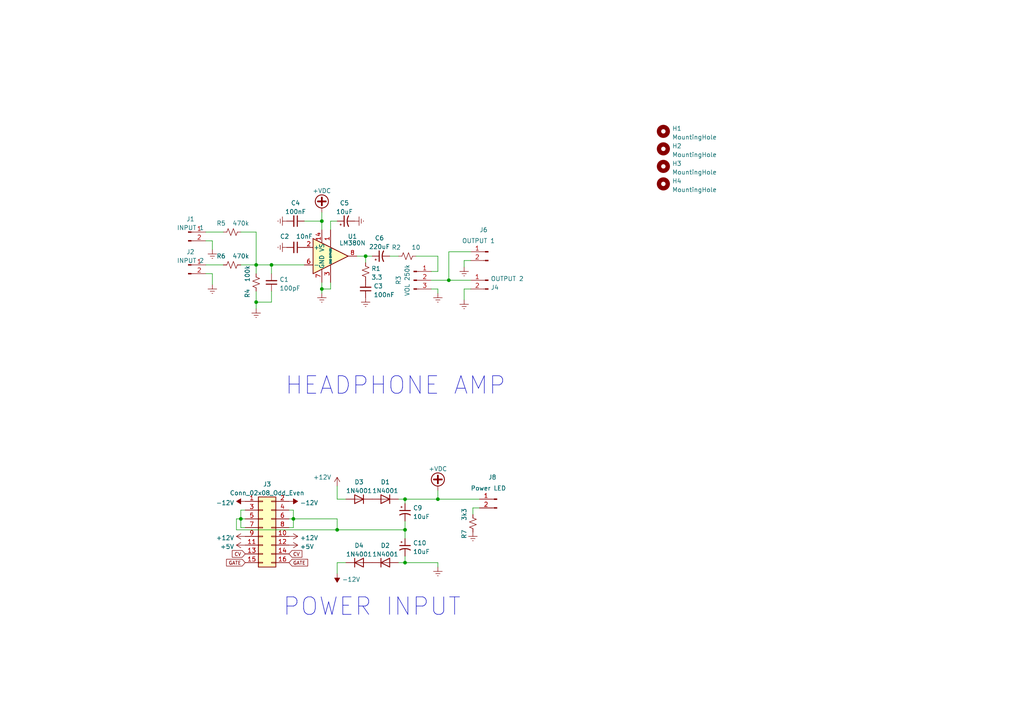
<source format=kicad_sch>
(kicad_sch (version 20211123) (generator eeschema)

  (uuid 8ec51121-6d80-4ad3-8ed7-33d09e783996)

  (paper "A4")

  (lib_symbols
    (symbol "Amplifier_Audio:LM380N" (pin_names (offset 0.127)) (in_bom yes) (on_board yes)
      (property "Reference" "U" (id 0) (at 6.35 6.35 0)
        (effects (font (size 1.27 1.27)))
      )
      (property "Value" "LM380N" (id 1) (at 6.35 3.81 0)
        (effects (font (size 1.27 1.27)))
      )
      (property "Footprint" "Package_DIP:DIP-14_W7.62mm" (id 2) (at 0 0 0)
        (effects (font (size 1.27 1.27) italic) hide)
      )
      (property "Datasheet" "http://www.ti.com/lit/ds/symlink/lm380.pdf" (id 3) (at 0 0 0)
        (effects (font (size 1.27 1.27)) hide)
      )
      (property "ki_keywords" "audio amplifier" (id 4) (at 0 0 0)
        (effects (font (size 1.27 1.27)) hide)
      )
      (property "ki_description" "2.5W Audio Power Amplifier, PDIP-14" (id 5) (at 0 0 0)
        (effects (font (size 1.27 1.27)) hide)
      )
      (property "ki_fp_filters" "DIP*W7.62mm*" (id 6) (at 0 0 0)
        (effects (font (size 1.27 1.27)) hide)
      )
      (symbol "LM380N_0_1"
        (polyline
          (pts
            (xy -5.08 5.08)
            (xy 5.08 0)
            (xy -5.08 -5.08)
            (xy -5.08 5.08)
          )
          (stroke (width 0.254) (type default) (color 0 0 0 0))
          (fill (type background))
        )
      )
      (symbol "LM380N_1_1"
        (pin passive line (at 0 7.62 270) (length 5.08)
          (name "BYPASS" (effects (font (size 0.508 0.508))))
          (number "1" (effects (font (size 1.27 1.27))))
        )
        (pin passive line (at 0 -7.62 90) (length 5.08) hide
          (name "GND" (effects (font (size 0.508 0.508))))
          (number "10" (effects (font (size 1.27 1.27))))
        )
        (pin passive line (at 0 -7.62 90) (length 5.08) hide
          (name "GND" (effects (font (size 0.508 0.508))))
          (number "11" (effects (font (size 1.27 1.27))))
        )
        (pin passive line (at 0 -7.62 90) (length 5.08) hide
          (name "GND" (effects (font (size 0.508 0.508))))
          (number "12" (effects (font (size 1.27 1.27))))
        )
        (pin no_connect line (at 0 -2.54 90) (length 2.54) hide
          (name "NC" (effects (font (size 1.27 1.27))))
          (number "13" (effects (font (size 1.27 1.27))))
        )
        (pin power_in line (at -2.54 7.62 270) (length 3.81)
          (name "VS" (effects (font (size 1.27 1.27))))
          (number "14" (effects (font (size 1.27 1.27))))
        )
        (pin input line (at -7.62 2.54 0) (length 2.54)
          (name "+" (effects (font (size 1.27 1.27))))
          (number "2" (effects (font (size 1.27 1.27))))
        )
        (pin power_in line (at 0 -7.62 90) (length 5.08)
          (name "GND" (effects (font (size 0.508 0.508))))
          (number "3" (effects (font (size 1.27 1.27))))
        )
        (pin passive line (at 0 -7.62 90) (length 5.08) hide
          (name "GND" (effects (font (size 0.508 0.508))))
          (number "4" (effects (font (size 1.27 1.27))))
        )
        (pin passive line (at 0 -7.62 90) (length 5.08) hide
          (name "GND" (effects (font (size 0.508 0.508))))
          (number "5" (effects (font (size 1.27 1.27))))
        )
        (pin input line (at -7.62 -2.54 0) (length 2.54)
          (name "-" (effects (font (size 1.27 1.27))))
          (number "6" (effects (font (size 1.27 1.27))))
        )
        (pin power_in line (at -2.54 -7.62 90) (length 3.81)
          (name "GND" (effects (font (size 1.27 1.27))))
          (number "7" (effects (font (size 1.27 1.27))))
        )
        (pin output line (at 7.62 0 180) (length 2.54)
          (name "~" (effects (font (size 1.27 1.27))))
          (number "8" (effects (font (size 1.27 1.27))))
        )
        (pin no_connect line (at 0 2.54 270) (length 2.54) hide
          (name "NC" (effects (font (size 1.27 1.27))))
          (number "9" (effects (font (size 1.27 1.27))))
        )
      )
    )
    (symbol "Connector:Conn_01x02_Male" (pin_names (offset 1.016) hide) (in_bom yes) (on_board yes)
      (property "Reference" "J" (id 0) (at 0 2.54 0)
        (effects (font (size 1.27 1.27)))
      )
      (property "Value" "Conn_01x02_Male" (id 1) (at 0 -5.08 0)
        (effects (font (size 1.27 1.27)))
      )
      (property "Footprint" "" (id 2) (at 0 0 0)
        (effects (font (size 1.27 1.27)) hide)
      )
      (property "Datasheet" "~" (id 3) (at 0 0 0)
        (effects (font (size 1.27 1.27)) hide)
      )
      (property "ki_keywords" "connector" (id 4) (at 0 0 0)
        (effects (font (size 1.27 1.27)) hide)
      )
      (property "ki_description" "Generic connector, single row, 01x02, script generated (kicad-library-utils/schlib/autogen/connector/)" (id 5) (at 0 0 0)
        (effects (font (size 1.27 1.27)) hide)
      )
      (property "ki_fp_filters" "Connector*:*_1x??_*" (id 6) (at 0 0 0)
        (effects (font (size 1.27 1.27)) hide)
      )
      (symbol "Conn_01x02_Male_1_1"
        (polyline
          (pts
            (xy 1.27 -2.54)
            (xy 0.8636 -2.54)
          )
          (stroke (width 0.1524) (type default) (color 0 0 0 0))
          (fill (type none))
        )
        (polyline
          (pts
            (xy 1.27 0)
            (xy 0.8636 0)
          )
          (stroke (width 0.1524) (type default) (color 0 0 0 0))
          (fill (type none))
        )
        (rectangle (start 0.8636 -2.413) (end 0 -2.667)
          (stroke (width 0.1524) (type default) (color 0 0 0 0))
          (fill (type outline))
        )
        (rectangle (start 0.8636 0.127) (end 0 -0.127)
          (stroke (width 0.1524) (type default) (color 0 0 0 0))
          (fill (type outline))
        )
        (pin passive line (at 5.08 0 180) (length 3.81)
          (name "Pin_1" (effects (font (size 1.27 1.27))))
          (number "1" (effects (font (size 1.27 1.27))))
        )
        (pin passive line (at 5.08 -2.54 180) (length 3.81)
          (name "Pin_2" (effects (font (size 1.27 1.27))))
          (number "2" (effects (font (size 1.27 1.27))))
        )
      )
    )
    (symbol "Connector:Conn_01x03_Male" (pin_names (offset 1.016) hide) (in_bom yes) (on_board yes)
      (property "Reference" "J" (id 0) (at 0 5.08 0)
        (effects (font (size 1.27 1.27)))
      )
      (property "Value" "Conn_01x03_Male" (id 1) (at 0 -5.08 0)
        (effects (font (size 1.27 1.27)))
      )
      (property "Footprint" "" (id 2) (at 0 0 0)
        (effects (font (size 1.27 1.27)) hide)
      )
      (property "Datasheet" "~" (id 3) (at 0 0 0)
        (effects (font (size 1.27 1.27)) hide)
      )
      (property "ki_keywords" "connector" (id 4) (at 0 0 0)
        (effects (font (size 1.27 1.27)) hide)
      )
      (property "ki_description" "Generic connector, single row, 01x03, script generated (kicad-library-utils/schlib/autogen/connector/)" (id 5) (at 0 0 0)
        (effects (font (size 1.27 1.27)) hide)
      )
      (property "ki_fp_filters" "Connector*:*_1x??_*" (id 6) (at 0 0 0)
        (effects (font (size 1.27 1.27)) hide)
      )
      (symbol "Conn_01x03_Male_1_1"
        (polyline
          (pts
            (xy 1.27 -2.54)
            (xy 0.8636 -2.54)
          )
          (stroke (width 0.1524) (type default) (color 0 0 0 0))
          (fill (type none))
        )
        (polyline
          (pts
            (xy 1.27 0)
            (xy 0.8636 0)
          )
          (stroke (width 0.1524) (type default) (color 0 0 0 0))
          (fill (type none))
        )
        (polyline
          (pts
            (xy 1.27 2.54)
            (xy 0.8636 2.54)
          )
          (stroke (width 0.1524) (type default) (color 0 0 0 0))
          (fill (type none))
        )
        (rectangle (start 0.8636 -2.413) (end 0 -2.667)
          (stroke (width 0.1524) (type default) (color 0 0 0 0))
          (fill (type outline))
        )
        (rectangle (start 0.8636 0.127) (end 0 -0.127)
          (stroke (width 0.1524) (type default) (color 0 0 0 0))
          (fill (type outline))
        )
        (rectangle (start 0.8636 2.667) (end 0 2.413)
          (stroke (width 0.1524) (type default) (color 0 0 0 0))
          (fill (type outline))
        )
        (pin passive line (at 5.08 2.54 180) (length 3.81)
          (name "Pin_1" (effects (font (size 1.27 1.27))))
          (number "1" (effects (font (size 1.27 1.27))))
        )
        (pin passive line (at 5.08 0 180) (length 3.81)
          (name "Pin_2" (effects (font (size 1.27 1.27))))
          (number "2" (effects (font (size 1.27 1.27))))
        )
        (pin passive line (at 5.08 -2.54 180) (length 3.81)
          (name "Pin_3" (effects (font (size 1.27 1.27))))
          (number "3" (effects (font (size 1.27 1.27))))
        )
      )
    )
    (symbol "Connector_Generic:Conn_02x08_Odd_Even" (pin_names (offset 1.016) hide) (in_bom yes) (on_board yes)
      (property "Reference" "J" (id 0) (at 1.27 10.16 0)
        (effects (font (size 1.27 1.27)))
      )
      (property "Value" "Conn_02x08_Odd_Even" (id 1) (at 1.27 -12.7 0)
        (effects (font (size 1.27 1.27)))
      )
      (property "Footprint" "" (id 2) (at 0 0 0)
        (effects (font (size 1.27 1.27)) hide)
      )
      (property "Datasheet" "~" (id 3) (at 0 0 0)
        (effects (font (size 1.27 1.27)) hide)
      )
      (property "ki_keywords" "connector" (id 4) (at 0 0 0)
        (effects (font (size 1.27 1.27)) hide)
      )
      (property "ki_description" "Generic connector, double row, 02x08, odd/even pin numbering scheme (row 1 odd numbers, row 2 even numbers), script generated (kicad-library-utils/schlib/autogen/connector/)" (id 5) (at 0 0 0)
        (effects (font (size 1.27 1.27)) hide)
      )
      (property "ki_fp_filters" "Connector*:*_2x??_*" (id 6) (at 0 0 0)
        (effects (font (size 1.27 1.27)) hide)
      )
      (symbol "Conn_02x08_Odd_Even_1_1"
        (rectangle (start -1.27 -10.033) (end 0 -10.287)
          (stroke (width 0.1524) (type default) (color 0 0 0 0))
          (fill (type none))
        )
        (rectangle (start -1.27 -7.493) (end 0 -7.747)
          (stroke (width 0.1524) (type default) (color 0 0 0 0))
          (fill (type none))
        )
        (rectangle (start -1.27 -4.953) (end 0 -5.207)
          (stroke (width 0.1524) (type default) (color 0 0 0 0))
          (fill (type none))
        )
        (rectangle (start -1.27 -2.413) (end 0 -2.667)
          (stroke (width 0.1524) (type default) (color 0 0 0 0))
          (fill (type none))
        )
        (rectangle (start -1.27 0.127) (end 0 -0.127)
          (stroke (width 0.1524) (type default) (color 0 0 0 0))
          (fill (type none))
        )
        (rectangle (start -1.27 2.667) (end 0 2.413)
          (stroke (width 0.1524) (type default) (color 0 0 0 0))
          (fill (type none))
        )
        (rectangle (start -1.27 5.207) (end 0 4.953)
          (stroke (width 0.1524) (type default) (color 0 0 0 0))
          (fill (type none))
        )
        (rectangle (start -1.27 7.747) (end 0 7.493)
          (stroke (width 0.1524) (type default) (color 0 0 0 0))
          (fill (type none))
        )
        (rectangle (start -1.27 8.89) (end 3.81 -11.43)
          (stroke (width 0.254) (type default) (color 0 0 0 0))
          (fill (type background))
        )
        (rectangle (start 3.81 -10.033) (end 2.54 -10.287)
          (stroke (width 0.1524) (type default) (color 0 0 0 0))
          (fill (type none))
        )
        (rectangle (start 3.81 -7.493) (end 2.54 -7.747)
          (stroke (width 0.1524) (type default) (color 0 0 0 0))
          (fill (type none))
        )
        (rectangle (start 3.81 -4.953) (end 2.54 -5.207)
          (stroke (width 0.1524) (type default) (color 0 0 0 0))
          (fill (type none))
        )
        (rectangle (start 3.81 -2.413) (end 2.54 -2.667)
          (stroke (width 0.1524) (type default) (color 0 0 0 0))
          (fill (type none))
        )
        (rectangle (start 3.81 0.127) (end 2.54 -0.127)
          (stroke (width 0.1524) (type default) (color 0 0 0 0))
          (fill (type none))
        )
        (rectangle (start 3.81 2.667) (end 2.54 2.413)
          (stroke (width 0.1524) (type default) (color 0 0 0 0))
          (fill (type none))
        )
        (rectangle (start 3.81 5.207) (end 2.54 4.953)
          (stroke (width 0.1524) (type default) (color 0 0 0 0))
          (fill (type none))
        )
        (rectangle (start 3.81 7.747) (end 2.54 7.493)
          (stroke (width 0.1524) (type default) (color 0 0 0 0))
          (fill (type none))
        )
        (pin passive line (at -5.08 7.62 0) (length 3.81)
          (name "Pin_1" (effects (font (size 1.27 1.27))))
          (number "1" (effects (font (size 1.27 1.27))))
        )
        (pin passive line (at 7.62 -2.54 180) (length 3.81)
          (name "Pin_10" (effects (font (size 1.27 1.27))))
          (number "10" (effects (font (size 1.27 1.27))))
        )
        (pin passive line (at -5.08 -5.08 0) (length 3.81)
          (name "Pin_11" (effects (font (size 1.27 1.27))))
          (number "11" (effects (font (size 1.27 1.27))))
        )
        (pin passive line (at 7.62 -5.08 180) (length 3.81)
          (name "Pin_12" (effects (font (size 1.27 1.27))))
          (number "12" (effects (font (size 1.27 1.27))))
        )
        (pin passive line (at -5.08 -7.62 0) (length 3.81)
          (name "Pin_13" (effects (font (size 1.27 1.27))))
          (number "13" (effects (font (size 1.27 1.27))))
        )
        (pin passive line (at 7.62 -7.62 180) (length 3.81)
          (name "Pin_14" (effects (font (size 1.27 1.27))))
          (number "14" (effects (font (size 1.27 1.27))))
        )
        (pin passive line (at -5.08 -10.16 0) (length 3.81)
          (name "Pin_15" (effects (font (size 1.27 1.27))))
          (number "15" (effects (font (size 1.27 1.27))))
        )
        (pin passive line (at 7.62 -10.16 180) (length 3.81)
          (name "Pin_16" (effects (font (size 1.27 1.27))))
          (number "16" (effects (font (size 1.27 1.27))))
        )
        (pin passive line (at 7.62 7.62 180) (length 3.81)
          (name "Pin_2" (effects (font (size 1.27 1.27))))
          (number "2" (effects (font (size 1.27 1.27))))
        )
        (pin passive line (at -5.08 5.08 0) (length 3.81)
          (name "Pin_3" (effects (font (size 1.27 1.27))))
          (number "3" (effects (font (size 1.27 1.27))))
        )
        (pin passive line (at 7.62 5.08 180) (length 3.81)
          (name "Pin_4" (effects (font (size 1.27 1.27))))
          (number "4" (effects (font (size 1.27 1.27))))
        )
        (pin passive line (at -5.08 2.54 0) (length 3.81)
          (name "Pin_5" (effects (font (size 1.27 1.27))))
          (number "5" (effects (font (size 1.27 1.27))))
        )
        (pin passive line (at 7.62 2.54 180) (length 3.81)
          (name "Pin_6" (effects (font (size 1.27 1.27))))
          (number "6" (effects (font (size 1.27 1.27))))
        )
        (pin passive line (at -5.08 0 0) (length 3.81)
          (name "Pin_7" (effects (font (size 1.27 1.27))))
          (number "7" (effects (font (size 1.27 1.27))))
        )
        (pin passive line (at 7.62 0 180) (length 3.81)
          (name "Pin_8" (effects (font (size 1.27 1.27))))
          (number "8" (effects (font (size 1.27 1.27))))
        )
        (pin passive line (at -5.08 -2.54 0) (length 3.81)
          (name "Pin_9" (effects (font (size 1.27 1.27))))
          (number "9" (effects (font (size 1.27 1.27))))
        )
      )
    )
    (symbol "Device:C_Polarized_Small_US" (pin_numbers hide) (pin_names (offset 0.254) hide) (in_bom yes) (on_board yes)
      (property "Reference" "C" (id 0) (at 0.254 1.778 0)
        (effects (font (size 1.27 1.27)) (justify left))
      )
      (property "Value" "C_Polarized_Small_US" (id 1) (at 0.254 -2.032 0)
        (effects (font (size 1.27 1.27)) (justify left))
      )
      (property "Footprint" "" (id 2) (at 0 0 0)
        (effects (font (size 1.27 1.27)) hide)
      )
      (property "Datasheet" "~" (id 3) (at 0 0 0)
        (effects (font (size 1.27 1.27)) hide)
      )
      (property "ki_keywords" "cap capacitor" (id 4) (at 0 0 0)
        (effects (font (size 1.27 1.27)) hide)
      )
      (property "ki_description" "Polarized capacitor, small US symbol" (id 5) (at 0 0 0)
        (effects (font (size 1.27 1.27)) hide)
      )
      (property "ki_fp_filters" "CP_*" (id 6) (at 0 0 0)
        (effects (font (size 1.27 1.27)) hide)
      )
      (symbol "C_Polarized_Small_US_0_1"
        (polyline
          (pts
            (xy -1.524 0.508)
            (xy 1.524 0.508)
          )
          (stroke (width 0.3048) (type default) (color 0 0 0 0))
          (fill (type none))
        )
        (polyline
          (pts
            (xy -1.27 1.524)
            (xy -0.762 1.524)
          )
          (stroke (width 0) (type default) (color 0 0 0 0))
          (fill (type none))
        )
        (polyline
          (pts
            (xy -1.016 1.27)
            (xy -1.016 1.778)
          )
          (stroke (width 0) (type default) (color 0 0 0 0))
          (fill (type none))
        )
        (arc (start 1.524 -0.762) (mid 0 -0.3734) (end -1.524 -0.762)
          (stroke (width 0.3048) (type default) (color 0 0 0 0))
          (fill (type none))
        )
      )
      (symbol "C_Polarized_Small_US_1_1"
        (pin passive line (at 0 2.54 270) (length 2.032)
          (name "~" (effects (font (size 1.27 1.27))))
          (number "1" (effects (font (size 1.27 1.27))))
        )
        (pin passive line (at 0 -2.54 90) (length 2.032)
          (name "~" (effects (font (size 1.27 1.27))))
          (number "2" (effects (font (size 1.27 1.27))))
        )
      )
    )
    (symbol "Device:C_Small" (pin_numbers hide) (pin_names (offset 0.254) hide) (in_bom yes) (on_board yes)
      (property "Reference" "C" (id 0) (at 0.254 1.778 0)
        (effects (font (size 1.27 1.27)) (justify left))
      )
      (property "Value" "C_Small" (id 1) (at 0.254 -2.032 0)
        (effects (font (size 1.27 1.27)) (justify left))
      )
      (property "Footprint" "" (id 2) (at 0 0 0)
        (effects (font (size 1.27 1.27)) hide)
      )
      (property "Datasheet" "~" (id 3) (at 0 0 0)
        (effects (font (size 1.27 1.27)) hide)
      )
      (property "ki_keywords" "capacitor cap" (id 4) (at 0 0 0)
        (effects (font (size 1.27 1.27)) hide)
      )
      (property "ki_description" "Unpolarized capacitor, small symbol" (id 5) (at 0 0 0)
        (effects (font (size 1.27 1.27)) hide)
      )
      (property "ki_fp_filters" "C_*" (id 6) (at 0 0 0)
        (effects (font (size 1.27 1.27)) hide)
      )
      (symbol "C_Small_0_1"
        (polyline
          (pts
            (xy -1.524 -0.508)
            (xy 1.524 -0.508)
          )
          (stroke (width 0.3302) (type default) (color 0 0 0 0))
          (fill (type none))
        )
        (polyline
          (pts
            (xy -1.524 0.508)
            (xy 1.524 0.508)
          )
          (stroke (width 0.3048) (type default) (color 0 0 0 0))
          (fill (type none))
        )
      )
      (symbol "C_Small_1_1"
        (pin passive line (at 0 2.54 270) (length 2.032)
          (name "~" (effects (font (size 1.27 1.27))))
          (number "1" (effects (font (size 1.27 1.27))))
        )
        (pin passive line (at 0 -2.54 90) (length 2.032)
          (name "~" (effects (font (size 1.27 1.27))))
          (number "2" (effects (font (size 1.27 1.27))))
        )
      )
    )
    (symbol "Device:R_Small_US" (pin_numbers hide) (pin_names (offset 0.254) hide) (in_bom yes) (on_board yes)
      (property "Reference" "R" (id 0) (at 0.762 0.508 0)
        (effects (font (size 1.27 1.27)) (justify left))
      )
      (property "Value" "R_Small_US" (id 1) (at 0.762 -1.016 0)
        (effects (font (size 1.27 1.27)) (justify left))
      )
      (property "Footprint" "" (id 2) (at 0 0 0)
        (effects (font (size 1.27 1.27)) hide)
      )
      (property "Datasheet" "~" (id 3) (at 0 0 0)
        (effects (font (size 1.27 1.27)) hide)
      )
      (property "ki_keywords" "r resistor" (id 4) (at 0 0 0)
        (effects (font (size 1.27 1.27)) hide)
      )
      (property "ki_description" "Resistor, small US symbol" (id 5) (at 0 0 0)
        (effects (font (size 1.27 1.27)) hide)
      )
      (property "ki_fp_filters" "R_*" (id 6) (at 0 0 0)
        (effects (font (size 1.27 1.27)) hide)
      )
      (symbol "R_Small_US_1_1"
        (polyline
          (pts
            (xy 0 0)
            (xy 1.016 -0.381)
            (xy 0 -0.762)
            (xy -1.016 -1.143)
            (xy 0 -1.524)
          )
          (stroke (width 0) (type default) (color 0 0 0 0))
          (fill (type none))
        )
        (polyline
          (pts
            (xy 0 1.524)
            (xy 1.016 1.143)
            (xy 0 0.762)
            (xy -1.016 0.381)
            (xy 0 0)
          )
          (stroke (width 0) (type default) (color 0 0 0 0))
          (fill (type none))
        )
        (pin passive line (at 0 2.54 270) (length 1.016)
          (name "~" (effects (font (size 1.27 1.27))))
          (number "1" (effects (font (size 1.27 1.27))))
        )
        (pin passive line (at 0 -2.54 90) (length 1.016)
          (name "~" (effects (font (size 1.27 1.27))))
          (number "2" (effects (font (size 1.27 1.27))))
        )
      )
    )
    (symbol "Diode:1N4001" (pin_numbers hide) (pin_names (offset 1.016) hide) (in_bom yes) (on_board yes)
      (property "Reference" "D" (id 0) (at 0 2.54 0)
        (effects (font (size 1.27 1.27)))
      )
      (property "Value" "1N4001" (id 1) (at 0 -2.54 0)
        (effects (font (size 1.27 1.27)))
      )
      (property "Footprint" "Diode_THT:D_DO-41_SOD81_P10.16mm_Horizontal" (id 2) (at 0 -4.445 0)
        (effects (font (size 1.27 1.27)) hide)
      )
      (property "Datasheet" "http://www.vishay.com/docs/88503/1n4001.pdf" (id 3) (at 0 0 0)
        (effects (font (size 1.27 1.27)) hide)
      )
      (property "ki_keywords" "diode" (id 4) (at 0 0 0)
        (effects (font (size 1.27 1.27)) hide)
      )
      (property "ki_description" "50V 1A General Purpose Rectifier Diode, DO-41" (id 5) (at 0 0 0)
        (effects (font (size 1.27 1.27)) hide)
      )
      (property "ki_fp_filters" "D*DO?41*" (id 6) (at 0 0 0)
        (effects (font (size 1.27 1.27)) hide)
      )
      (symbol "1N4001_0_1"
        (polyline
          (pts
            (xy -1.27 1.27)
            (xy -1.27 -1.27)
          )
          (stroke (width 0.254) (type default) (color 0 0 0 0))
          (fill (type none))
        )
        (polyline
          (pts
            (xy 1.27 0)
            (xy -1.27 0)
          )
          (stroke (width 0) (type default) (color 0 0 0 0))
          (fill (type none))
        )
        (polyline
          (pts
            (xy 1.27 1.27)
            (xy 1.27 -1.27)
            (xy -1.27 0)
            (xy 1.27 1.27)
          )
          (stroke (width 0.254) (type default) (color 0 0 0 0))
          (fill (type none))
        )
      )
      (symbol "1N4001_1_1"
        (pin passive line (at -3.81 0 0) (length 2.54)
          (name "K" (effects (font (size 1.27 1.27))))
          (number "1" (effects (font (size 1.27 1.27))))
        )
        (pin passive line (at 3.81 0 180) (length 2.54)
          (name "A" (effects (font (size 1.27 1.27))))
          (number "2" (effects (font (size 1.27 1.27))))
        )
      )
    )
    (symbol "Mechanical:MountingHole" (pin_names (offset 1.016)) (in_bom yes) (on_board yes)
      (property "Reference" "H" (id 0) (at 0 5.08 0)
        (effects (font (size 1.27 1.27)))
      )
      (property "Value" "MountingHole" (id 1) (at 0 3.175 0)
        (effects (font (size 1.27 1.27)))
      )
      (property "Footprint" "" (id 2) (at 0 0 0)
        (effects (font (size 1.27 1.27)) hide)
      )
      (property "Datasheet" "~" (id 3) (at 0 0 0)
        (effects (font (size 1.27 1.27)) hide)
      )
      (property "ki_keywords" "mounting hole" (id 4) (at 0 0 0)
        (effects (font (size 1.27 1.27)) hide)
      )
      (property "ki_description" "Mounting Hole without connection" (id 5) (at 0 0 0)
        (effects (font (size 1.27 1.27)) hide)
      )
      (property "ki_fp_filters" "MountingHole*" (id 6) (at 0 0 0)
        (effects (font (size 1.27 1.27)) hide)
      )
      (symbol "MountingHole_0_1"
        (circle (center 0 0) (radius 1.27)
          (stroke (width 1.27) (type default) (color 0 0 0 0))
          (fill (type none))
        )
      )
    )
    (symbol "power:+12V" (power) (pin_names (offset 0)) (in_bom yes) (on_board yes)
      (property "Reference" "#PWR" (id 0) (at 0 -3.81 0)
        (effects (font (size 1.27 1.27)) hide)
      )
      (property "Value" "+12V" (id 1) (at 0 3.556 0)
        (effects (font (size 1.27 1.27)))
      )
      (property "Footprint" "" (id 2) (at 0 0 0)
        (effects (font (size 1.27 1.27)) hide)
      )
      (property "Datasheet" "" (id 3) (at 0 0 0)
        (effects (font (size 1.27 1.27)) hide)
      )
      (property "ki_keywords" "power-flag" (id 4) (at 0 0 0)
        (effects (font (size 1.27 1.27)) hide)
      )
      (property "ki_description" "Power symbol creates a global label with name \"+12V\"" (id 5) (at 0 0 0)
        (effects (font (size 1.27 1.27)) hide)
      )
      (symbol "+12V_0_1"
        (polyline
          (pts
            (xy -0.762 1.27)
            (xy 0 2.54)
          )
          (stroke (width 0) (type default) (color 0 0 0 0))
          (fill (type none))
        )
        (polyline
          (pts
            (xy 0 0)
            (xy 0 2.54)
          )
          (stroke (width 0) (type default) (color 0 0 0 0))
          (fill (type none))
        )
        (polyline
          (pts
            (xy 0 2.54)
            (xy 0.762 1.27)
          )
          (stroke (width 0) (type default) (color 0 0 0 0))
          (fill (type none))
        )
      )
      (symbol "+12V_1_1"
        (pin power_in line (at 0 0 90) (length 0) hide
          (name "+12V" (effects (font (size 1.27 1.27))))
          (number "1" (effects (font (size 1.27 1.27))))
        )
      )
    )
    (symbol "power:+5V" (power) (pin_names (offset 0)) (in_bom yes) (on_board yes)
      (property "Reference" "#PWR" (id 0) (at 0 -3.81 0)
        (effects (font (size 1.27 1.27)) hide)
      )
      (property "Value" "+5V" (id 1) (at 0 3.556 0)
        (effects (font (size 1.27 1.27)))
      )
      (property "Footprint" "" (id 2) (at 0 0 0)
        (effects (font (size 1.27 1.27)) hide)
      )
      (property "Datasheet" "" (id 3) (at 0 0 0)
        (effects (font (size 1.27 1.27)) hide)
      )
      (property "ki_keywords" "power-flag" (id 4) (at 0 0 0)
        (effects (font (size 1.27 1.27)) hide)
      )
      (property "ki_description" "Power symbol creates a global label with name \"+5V\"" (id 5) (at 0 0 0)
        (effects (font (size 1.27 1.27)) hide)
      )
      (symbol "+5V_0_1"
        (polyline
          (pts
            (xy -0.762 1.27)
            (xy 0 2.54)
          )
          (stroke (width 0) (type default) (color 0 0 0 0))
          (fill (type none))
        )
        (polyline
          (pts
            (xy 0 0)
            (xy 0 2.54)
          )
          (stroke (width 0) (type default) (color 0 0 0 0))
          (fill (type none))
        )
        (polyline
          (pts
            (xy 0 2.54)
            (xy 0.762 1.27)
          )
          (stroke (width 0) (type default) (color 0 0 0 0))
          (fill (type none))
        )
      )
      (symbol "+5V_1_1"
        (pin power_in line (at 0 0 90) (length 0) hide
          (name "+5V" (effects (font (size 1.27 1.27))))
          (number "1" (effects (font (size 1.27 1.27))))
        )
      )
    )
    (symbol "power:+VDC" (power) (pin_names (offset 0)) (in_bom yes) (on_board yes)
      (property "Reference" "#PWR" (id 0) (at 0 -2.54 0)
        (effects (font (size 1.27 1.27)) hide)
      )
      (property "Value" "+VDC" (id 1) (at 0 6.35 0)
        (effects (font (size 1.27 1.27)))
      )
      (property "Footprint" "" (id 2) (at 0 0 0)
        (effects (font (size 1.27 1.27)) hide)
      )
      (property "Datasheet" "" (id 3) (at 0 0 0)
        (effects (font (size 1.27 1.27)) hide)
      )
      (property "ki_keywords" "power-flag" (id 4) (at 0 0 0)
        (effects (font (size 1.27 1.27)) hide)
      )
      (property "ki_description" "Power symbol creates a global label with name \"+VDC\"" (id 5) (at 0 0 0)
        (effects (font (size 1.27 1.27)) hide)
      )
      (symbol "+VDC_0_1"
        (polyline
          (pts
            (xy -1.143 3.175)
            (xy 1.143 3.175)
          )
          (stroke (width 0.508) (type default) (color 0 0 0 0))
          (fill (type none))
        )
        (polyline
          (pts
            (xy 0 0)
            (xy 0 1.27)
          )
          (stroke (width 0) (type default) (color 0 0 0 0))
          (fill (type none))
        )
        (polyline
          (pts
            (xy 0 2.032)
            (xy 0 4.318)
          )
          (stroke (width 0.508) (type default) (color 0 0 0 0))
          (fill (type none))
        )
        (circle (center 0 3.175) (radius 1.905)
          (stroke (width 0.254) (type default) (color 0 0 0 0))
          (fill (type none))
        )
      )
      (symbol "+VDC_1_1"
        (pin power_in line (at 0 0 90) (length 0) hide
          (name "+VDC" (effects (font (size 1.27 1.27))))
          (number "1" (effects (font (size 1.27 1.27))))
        )
      )
    )
    (symbol "power:-12V" (power) (pin_names (offset 0)) (in_bom yes) (on_board yes)
      (property "Reference" "#PWR" (id 0) (at 0 2.54 0)
        (effects (font (size 1.27 1.27)) hide)
      )
      (property "Value" "-12V" (id 1) (at 0 3.81 0)
        (effects (font (size 1.27 1.27)))
      )
      (property "Footprint" "" (id 2) (at 0 0 0)
        (effects (font (size 1.27 1.27)) hide)
      )
      (property "Datasheet" "" (id 3) (at 0 0 0)
        (effects (font (size 1.27 1.27)) hide)
      )
      (property "ki_keywords" "power-flag" (id 4) (at 0 0 0)
        (effects (font (size 1.27 1.27)) hide)
      )
      (property "ki_description" "Power symbol creates a global label with name \"-12V\"" (id 5) (at 0 0 0)
        (effects (font (size 1.27 1.27)) hide)
      )
      (symbol "-12V_0_0"
        (pin power_in line (at 0 0 90) (length 0) hide
          (name "-12V" (effects (font (size 1.27 1.27))))
          (number "1" (effects (font (size 1.27 1.27))))
        )
      )
      (symbol "-12V_0_1"
        (polyline
          (pts
            (xy 0 0)
            (xy 0 1.27)
            (xy 0.762 1.27)
            (xy 0 2.54)
            (xy -0.762 1.27)
            (xy 0 1.27)
          )
          (stroke (width 0) (type default) (color 0 0 0 0))
          (fill (type outline))
        )
      )
    )
    (symbol "power:Earth" (power) (pin_names (offset 0)) (in_bom yes) (on_board yes)
      (property "Reference" "#PWR" (id 0) (at 0 -6.35 0)
        (effects (font (size 1.27 1.27)) hide)
      )
      (property "Value" "Earth" (id 1) (at 0 -3.81 0)
        (effects (font (size 1.27 1.27)) hide)
      )
      (property "Footprint" "" (id 2) (at 0 0 0)
        (effects (font (size 1.27 1.27)) hide)
      )
      (property "Datasheet" "~" (id 3) (at 0 0 0)
        (effects (font (size 1.27 1.27)) hide)
      )
      (property "ki_keywords" "power-flag ground gnd" (id 4) (at 0 0 0)
        (effects (font (size 1.27 1.27)) hide)
      )
      (property "ki_description" "Power symbol creates a global label with name \"Earth\"" (id 5) (at 0 0 0)
        (effects (font (size 1.27 1.27)) hide)
      )
      (symbol "Earth_0_1"
        (polyline
          (pts
            (xy -0.635 -1.905)
            (xy 0.635 -1.905)
          )
          (stroke (width 0) (type default) (color 0 0 0 0))
          (fill (type none))
        )
        (polyline
          (pts
            (xy -0.127 -2.54)
            (xy 0.127 -2.54)
          )
          (stroke (width 0) (type default) (color 0 0 0 0))
          (fill (type none))
        )
        (polyline
          (pts
            (xy 0 -1.27)
            (xy 0 0)
          )
          (stroke (width 0) (type default) (color 0 0 0 0))
          (fill (type none))
        )
        (polyline
          (pts
            (xy 1.27 -1.27)
            (xy -1.27 -1.27)
          )
          (stroke (width 0) (type default) (color 0 0 0 0))
          (fill (type none))
        )
      )
      (symbol "Earth_1_1"
        (pin power_in line (at 0 0 270) (length 0) hide
          (name "Earth" (effects (font (size 1.27 1.27))))
          (number "1" (effects (font (size 1.27 1.27))))
        )
      )
    )
  )

  (junction (at 106.045 74.295) (diameter 0) (color 0 0 0 0)
    (uuid 07f1f951-47ac-42ee-8d6d-161eec961b35)
  )
  (junction (at 78.74 76.835) (diameter 0) (color 0 0 0 0)
    (uuid 10b1d115-4f1d-4139-bd57-c44b7e2f2a42)
  )
  (junction (at 74.295 76.835) (diameter 0) (color 0 0 0 0)
    (uuid 13540d38-a581-4f19-ab56-8f85b0d30d19)
  )
  (junction (at 117.475 163.195) (diameter 0) (color 0 0 0 0)
    (uuid 262c8118-28dd-4b49-851b-e3326b5ee5bc)
  )
  (junction (at 117.475 153.67) (diameter 0) (color 0 0 0 0)
    (uuid 27960940-b911-488f-a766-98d1f35855b6)
  )
  (junction (at 74.295 87.63) (diameter 0) (color 0 0 0 0)
    (uuid 2b5e5797-f0dd-4453-8f26-3b850fb35735)
  )
  (junction (at 93.345 83.82) (diameter 0) (color 0 0 0 0)
    (uuid 5d38e30a-9e83-432c-8dcf-e0447fba8eaa)
  )
  (junction (at 130.175 81.28) (diameter 0) (color 0 0 0 0)
    (uuid 9a809d03-94d3-4303-97b9-9480e24ac684)
  )
  (junction (at 117.475 144.78) (diameter 0) (color 0 0 0 0)
    (uuid a7de74c6-e715-4fb7-9e3a-0f0c7d95d6ef)
  )
  (junction (at 85.09 150.495) (diameter 0) (color 0 0 0 0)
    (uuid ad7e69f7-b6a8-4257-a1e2-36476163bd9d)
  )
  (junction (at 97.79 153.67) (diameter 0) (color 0 0 0 0)
    (uuid b6da639d-0b79-424a-be2b-1885d01a06d2)
  )
  (junction (at 127 144.78) (diameter 0) (color 0 0 0 0)
    (uuid d7b651a2-52e9-4b24-8f02-4caff486db7a)
  )
  (junction (at 69.85 150.495) (diameter 0) (color 0 0 0 0)
    (uuid e57e1612-ce5d-4751-9f75-35ff0c475bcb)
  )
  (junction (at 93.345 64.135) (diameter 0) (color 0 0 0 0)
    (uuid f272a995-901a-4f7a-a520-6f31b028ddeb)
  )

  (wire (pts (xy 69.85 150.495) (xy 71.12 150.495))
    (stroke (width 0) (type default) (color 0 0 0 0))
    (uuid 021f6de7-be70-4eb3-b769-2fdebab2f7b6)
  )
  (wire (pts (xy 117.475 163.195) (xy 127 163.195))
    (stroke (width 0) (type default) (color 0 0 0 0))
    (uuid 03865baa-a056-452a-9b2a-52bfb9d0269d)
  )
  (wire (pts (xy 137.16 147.32) (xy 137.16 149.225))
    (stroke (width 0) (type default) (color 0 0 0 0))
    (uuid 063c66a3-f72e-48f6-a569-cb4a75dc0cc4)
  )
  (wire (pts (xy 117.475 161.29) (xy 117.475 163.195))
    (stroke (width 0) (type default) (color 0 0 0 0))
    (uuid 0982aaa3-c793-4e61-aacb-43279f5b8af1)
  )
  (wire (pts (xy 69.85 76.835) (xy 74.295 76.835))
    (stroke (width 0) (type default) (color 0 0 0 0))
    (uuid 0a4d00db-0f9d-4145-aa52-6df88eb3fbfe)
  )
  (wire (pts (xy 74.295 87.63) (xy 74.295 89.535))
    (stroke (width 0) (type default) (color 0 0 0 0))
    (uuid 0aae14d1-1369-4a5d-bcc3-85b665073663)
  )
  (wire (pts (xy 85.09 150.495) (xy 85.09 153.035))
    (stroke (width 0) (type default) (color 0 0 0 0))
    (uuid 15a3644b-9383-47ea-aae0-a2260e1f0e8d)
  )
  (wire (pts (xy 78.74 76.835) (xy 88.265 76.835))
    (stroke (width 0) (type default) (color 0 0 0 0))
    (uuid 1a105eae-4bfd-43c8-9acb-3364eae7bf41)
  )
  (wire (pts (xy 83.82 147.955) (xy 85.09 147.955))
    (stroke (width 0) (type default) (color 0 0 0 0))
    (uuid 1dfb3221-f8ca-49fb-828d-22372b8f0185)
  )
  (wire (pts (xy 97.79 150.495) (xy 97.79 153.67))
    (stroke (width 0) (type default) (color 0 0 0 0))
    (uuid 2927fccf-e347-43c5-83d8-6b39d7abf080)
  )
  (wire (pts (xy 130.175 81.28) (xy 136.525 81.28))
    (stroke (width 0) (type default) (color 0 0 0 0))
    (uuid 3029db69-93c2-4dfd-8d6e-63586fbc4690)
  )
  (wire (pts (xy 130.175 73.025) (xy 130.175 81.28))
    (stroke (width 0) (type default) (color 0 0 0 0))
    (uuid 334a03cb-4516-4950-87e0-d34acbf559e6)
  )
  (wire (pts (xy 61.595 79.375) (xy 61.595 82.55))
    (stroke (width 0) (type default) (color 0 0 0 0))
    (uuid 3858383d-7656-4fdd-a635-2b06cc17f133)
  )
  (wire (pts (xy 95.885 81.915) (xy 95.885 83.82))
    (stroke (width 0) (type default) (color 0 0 0 0))
    (uuid 391be8f9-2f6c-4101-af2a-56733ad396fe)
  )
  (wire (pts (xy 113.03 74.295) (xy 115.57 74.295))
    (stroke (width 0) (type default) (color 0 0 0 0))
    (uuid 3eb0b446-4bf1-40fa-9be2-59f2b884c9c4)
  )
  (wire (pts (xy 106.045 74.295) (xy 107.95 74.295))
    (stroke (width 0) (type default) (color 0 0 0 0))
    (uuid 3f1adf7f-3903-4ffe-a361-12359a306c86)
  )
  (wire (pts (xy 69.85 147.955) (xy 71.12 147.955))
    (stroke (width 0) (type default) (color 0 0 0 0))
    (uuid 4cf623c3-a453-46b9-b867-84763f8d7676)
  )
  (wire (pts (xy 69.85 153.035) (xy 71.12 153.035))
    (stroke (width 0) (type default) (color 0 0 0 0))
    (uuid 4cfafd67-080c-48d5-b9ac-bb5367ca5080)
  )
  (wire (pts (xy 117.475 151.13) (xy 117.475 153.67))
    (stroke (width 0) (type default) (color 0 0 0 0))
    (uuid 53854deb-c060-41e5-90eb-5e20029aa87d)
  )
  (wire (pts (xy 117.475 144.78) (xy 117.475 146.05))
    (stroke (width 0) (type default) (color 0 0 0 0))
    (uuid 557dfbc7-03a7-4ebc-80b9-868da0cabdba)
  )
  (wire (pts (xy 97.79 64.135) (xy 95.885 64.135))
    (stroke (width 0) (type default) (color 0 0 0 0))
    (uuid 58991fea-a73c-44d4-8a3c-374da4a3ac11)
  )
  (wire (pts (xy 74.295 84.455) (xy 74.295 87.63))
    (stroke (width 0) (type default) (color 0 0 0 0))
    (uuid 5d657434-4772-44d0-8777-8e5fc09cb79b)
  )
  (wire (pts (xy 68.58 150.495) (xy 69.85 150.495))
    (stroke (width 0) (type default) (color 0 0 0 0))
    (uuid 5fc301ef-74d0-42ad-863b-6a0bc2336b14)
  )
  (wire (pts (xy 85.09 147.955) (xy 85.09 150.495))
    (stroke (width 0) (type default) (color 0 0 0 0))
    (uuid 6414d079-7c51-4d28-b3fe-e81af095339d)
  )
  (wire (pts (xy 68.58 153.67) (xy 97.79 153.67))
    (stroke (width 0) (type default) (color 0 0 0 0))
    (uuid 6c503f78-3d6d-4640-a87c-309fb8b0b5d7)
  )
  (wire (pts (xy 136.525 83.82) (xy 134.62 83.82))
    (stroke (width 0) (type default) (color 0 0 0 0))
    (uuid 6cc7ffdd-6726-412a-b2ba-0cbcdebe0e4f)
  )
  (wire (pts (xy 69.85 150.495) (xy 69.85 153.035))
    (stroke (width 0) (type default) (color 0 0 0 0))
    (uuid 739eb63d-da36-43d5-a32d-262d60ebfb65)
  )
  (wire (pts (xy 127 83.82) (xy 127 85.09))
    (stroke (width 0) (type default) (color 0 0 0 0))
    (uuid 741d2f92-c33a-4200-815f-1afd73a6caa0)
  )
  (wire (pts (xy 127 144.78) (xy 139.065 144.78))
    (stroke (width 0) (type default) (color 0 0 0 0))
    (uuid 76509022-2068-4849-8074-4e1ac4b1e762)
  )
  (wire (pts (xy 78.74 79.375) (xy 78.74 76.835))
    (stroke (width 0) (type default) (color 0 0 0 0))
    (uuid 77e95d80-8a34-466b-a661-951402fe0d6e)
  )
  (wire (pts (xy 85.09 153.035) (xy 83.82 153.035))
    (stroke (width 0) (type default) (color 0 0 0 0))
    (uuid 79b371b2-58a0-4f37-a45e-e3e476253462)
  )
  (wire (pts (xy 93.345 81.915) (xy 93.345 83.82))
    (stroke (width 0) (type default) (color 0 0 0 0))
    (uuid 7a223ec5-913c-4252-94de-bf54755c8247)
  )
  (wire (pts (xy 139.065 147.32) (xy 137.16 147.32))
    (stroke (width 0) (type default) (color 0 0 0 0))
    (uuid 81fc9d57-9fac-460c-b186-fab7326e0f30)
  )
  (wire (pts (xy 136.525 73.025) (xy 130.175 73.025))
    (stroke (width 0) (type default) (color 0 0 0 0))
    (uuid 827b4a38-a0da-4779-8adb-194b704efb3b)
  )
  (wire (pts (xy 69.85 147.955) (xy 69.85 150.495))
    (stroke (width 0) (type default) (color 0 0 0 0))
    (uuid 83d12365-7ed5-4adb-805a-ba42314100d5)
  )
  (wire (pts (xy 125.095 83.82) (xy 127 83.82))
    (stroke (width 0) (type default) (color 0 0 0 0))
    (uuid 8664179f-0a9a-4ce4-bb79-28de905b7751)
  )
  (wire (pts (xy 74.295 87.63) (xy 78.74 87.63))
    (stroke (width 0) (type default) (color 0 0 0 0))
    (uuid 889ceb79-c98d-4ce6-93cd-5a1c09af9840)
  )
  (wire (pts (xy 93.345 61.595) (xy 93.345 64.135))
    (stroke (width 0) (type default) (color 0 0 0 0))
    (uuid 891b8bd5-9803-4ab8-b068-d9d1073dd1ed)
  )
  (wire (pts (xy 97.79 163.195) (xy 97.79 166.37))
    (stroke (width 0) (type default) (color 0 0 0 0))
    (uuid 898a47a0-bdb6-4374-a4b7-56b9c47101fc)
  )
  (wire (pts (xy 59.69 69.85) (xy 61.595 69.85))
    (stroke (width 0) (type default) (color 0 0 0 0))
    (uuid 8bf10ff5-b31a-4648-98ec-81cfb9e86759)
  )
  (wire (pts (xy 115.57 163.195) (xy 117.475 163.195))
    (stroke (width 0) (type default) (color 0 0 0 0))
    (uuid 8ccf5ee2-9abe-450f-8bcd-41cad01c3b52)
  )
  (wire (pts (xy 88.265 64.135) (xy 93.345 64.135))
    (stroke (width 0) (type default) (color 0 0 0 0))
    (uuid 8ceec930-7070-48d9-8afb-b78373c2cbd2)
  )
  (wire (pts (xy 85.09 150.495) (xy 97.79 150.495))
    (stroke (width 0) (type default) (color 0 0 0 0))
    (uuid a10ef304-cc8c-4445-b677-2aece5945ba5)
  )
  (wire (pts (xy 127 163.195) (xy 127 164.465))
    (stroke (width 0) (type default) (color 0 0 0 0))
    (uuid a209a416-3a3b-4eb6-a1cc-d5809719b80d)
  )
  (wire (pts (xy 93.345 83.82) (xy 93.345 85.09))
    (stroke (width 0) (type default) (color 0 0 0 0))
    (uuid a58164ef-817a-4200-a88d-b8ec5ae0aba0)
  )
  (wire (pts (xy 74.295 76.835) (xy 74.295 79.375))
    (stroke (width 0) (type default) (color 0 0 0 0))
    (uuid a6d860fd-a3c1-4c3e-97d6-8ceb303c2757)
  )
  (wire (pts (xy 68.58 150.495) (xy 68.58 153.67))
    (stroke (width 0) (type default) (color 0 0 0 0))
    (uuid a75dd7cc-d396-4b6a-a3b8-081afd9f6450)
  )
  (wire (pts (xy 130.175 81.28) (xy 125.095 81.28))
    (stroke (width 0) (type default) (color 0 0 0 0))
    (uuid a79933dd-3da1-4a75-8185-43fff0bd4778)
  )
  (wire (pts (xy 106.045 74.295) (xy 106.045 76.2))
    (stroke (width 0) (type default) (color 0 0 0 0))
    (uuid abbfb040-0d09-4017-93f7-4f5b0fdd567a)
  )
  (wire (pts (xy 117.475 153.67) (xy 117.475 156.21))
    (stroke (width 0) (type default) (color 0 0 0 0))
    (uuid ac46dafe-2fe0-4c12-8e42-937d4f840b1d)
  )
  (wire (pts (xy 69.85 67.31) (xy 74.295 67.31))
    (stroke (width 0) (type default) (color 0 0 0 0))
    (uuid acc3fb31-3893-409d-8b44-ef6004d3ed78)
  )
  (wire (pts (xy 134.62 75.565) (xy 134.62 77.47))
    (stroke (width 0) (type default) (color 0 0 0 0))
    (uuid adde49ca-1222-43f6-bec8-eb4fda22ef5d)
  )
  (wire (pts (xy 78.74 87.63) (xy 78.74 84.455))
    (stroke (width 0) (type default) (color 0 0 0 0))
    (uuid b1c3ee82-c946-419d-a675-af0b7af13427)
  )
  (wire (pts (xy 127 142.24) (xy 127 144.78))
    (stroke (width 0) (type default) (color 0 0 0 0))
    (uuid b321d132-4e1e-43a7-b2ba-9148dc724bf1)
  )
  (wire (pts (xy 100.33 163.195) (xy 97.79 163.195))
    (stroke (width 0) (type default) (color 0 0 0 0))
    (uuid b47e6ae5-c317-47ac-bef4-efbd214c0a29)
  )
  (wire (pts (xy 95.885 64.135) (xy 95.885 66.675))
    (stroke (width 0) (type default) (color 0 0 0 0))
    (uuid b7c7bc97-cac6-4ca2-aa9c-7468da2b7786)
  )
  (wire (pts (xy 117.475 144.78) (xy 127 144.78))
    (stroke (width 0) (type default) (color 0 0 0 0))
    (uuid c5ebf558-7bed-4524-b5e2-0b492c9e01df)
  )
  (wire (pts (xy 97.79 153.67) (xy 117.475 153.67))
    (stroke (width 0) (type default) (color 0 0 0 0))
    (uuid c6014294-d51a-409d-8d5a-c850b236fc6c)
  )
  (wire (pts (xy 115.57 144.78) (xy 117.475 144.78))
    (stroke (width 0) (type default) (color 0 0 0 0))
    (uuid c7b81dd5-cfe2-43eb-81f5-264d6413cdf4)
  )
  (wire (pts (xy 136.525 75.565) (xy 134.62 75.565))
    (stroke (width 0) (type default) (color 0 0 0 0))
    (uuid c93309ae-834e-4205-b088-dafd14bfa655)
  )
  (wire (pts (xy 61.595 69.85) (xy 61.595 72.39))
    (stroke (width 0) (type default) (color 0 0 0 0))
    (uuid cf4300cb-64de-4a1d-acc7-3e26ef0da4c6)
  )
  (wire (pts (xy 59.69 79.375) (xy 61.595 79.375))
    (stroke (width 0) (type default) (color 0 0 0 0))
    (uuid daf0808a-6a39-4ae4-934f-6d1486dd99b5)
  )
  (wire (pts (xy 125.095 78.74) (xy 127 78.74))
    (stroke (width 0) (type default) (color 0 0 0 0))
    (uuid dce9c9d0-bc40-455a-ab83-f83b74ae3f42)
  )
  (wire (pts (xy 74.295 76.835) (xy 78.74 76.835))
    (stroke (width 0) (type default) (color 0 0 0 0))
    (uuid e33eebac-b4d4-4e22-9ead-c4c4f10b1878)
  )
  (wire (pts (xy 97.79 140.97) (xy 97.79 144.78))
    (stroke (width 0) (type default) (color 0 0 0 0))
    (uuid e49e9af1-1d90-406a-b0ea-2187371afa44)
  )
  (wire (pts (xy 134.62 83.82) (xy 134.62 86.995))
    (stroke (width 0) (type default) (color 0 0 0 0))
    (uuid e4dbbe83-c641-4556-94cd-417e8c4e3a47)
  )
  (wire (pts (xy 100.33 144.78) (xy 97.79 144.78))
    (stroke (width 0) (type default) (color 0 0 0 0))
    (uuid e5028dfb-7290-4698-a008-ffc2570f233c)
  )
  (wire (pts (xy 83.82 150.495) (xy 85.09 150.495))
    (stroke (width 0) (type default) (color 0 0 0 0))
    (uuid e5148c39-fce0-47f4-9b2a-f222afe71152)
  )
  (wire (pts (xy 127 78.74) (xy 127 74.295))
    (stroke (width 0) (type default) (color 0 0 0 0))
    (uuid e6f2c872-42eb-4335-a126-3ea10c5e5a0d)
  )
  (wire (pts (xy 74.295 67.31) (xy 74.295 76.835))
    (stroke (width 0) (type default) (color 0 0 0 0))
    (uuid e8915dcd-b465-4ecd-9b87-e2f53775be0a)
  )
  (wire (pts (xy 127 74.295) (xy 120.65 74.295))
    (stroke (width 0) (type default) (color 0 0 0 0))
    (uuid ebe85181-2d81-4360-b2b4-f109e349518d)
  )
  (wire (pts (xy 59.69 76.835) (xy 64.77 76.835))
    (stroke (width 0) (type default) (color 0 0 0 0))
    (uuid ec1de49a-97e4-4d20-a5fb-197eaa4de05a)
  )
  (wire (pts (xy 59.69 67.31) (xy 64.77 67.31))
    (stroke (width 0) (type default) (color 0 0 0 0))
    (uuid f4e13fd1-a3f3-4f1a-ad69-3b2e2f328a5e)
  )
  (wire (pts (xy 103.505 74.295) (xy 106.045 74.295))
    (stroke (width 0) (type default) (color 0 0 0 0))
    (uuid f82120f6-1509-4740-aa28-23378a6030c9)
  )
  (wire (pts (xy 93.345 64.135) (xy 93.345 66.675))
    (stroke (width 0) (type default) (color 0 0 0 0))
    (uuid fb285910-7370-46a6-973a-6903eeaa6cda)
  )
  (wire (pts (xy 95.885 83.82) (xy 93.345 83.82))
    (stroke (width 0) (type default) (color 0 0 0 0))
    (uuid fc236135-d972-431e-8201-cce269dd07ab)
  )

  (text "POWER INPUT\n" (at 81.915 179.07 0)
    (effects (font (size 5.08 5.08)) (justify left bottom))
    (uuid 196cabc5-f1f7-4027-aeca-38c7d7e232b4)
  )
  (text "HEADPHONE AMP\n" (at 82.55 114.935 0)
    (effects (font (size 5.08 5.08)) (justify left bottom))
    (uuid b72525f6-fc79-4d86-bb74-e46af18329b1)
  )

  (global_label "CV" (shape input) (at 83.82 160.655 0) (fields_autoplaced)
    (effects (font (size 1 1)) (justify left))
    (uuid 6340405b-29e0-4870-a6b6-6d6ba44ff231)
    (property "Intersheet References" "${INTERSHEET_REFS}" (id 0) (at 87.5771 160.7175 0)
      (effects (font (size 1 1)) (justify left) hide)
    )
  )
  (global_label "GATE" (shape input) (at 71.12 163.195 180) (fields_autoplaced)
    (effects (font (size 1 1)) (justify right))
    (uuid b4f07732-1a85-4917-87ee-c0240d38fa0b)
    (property "Intersheet References" "${INTERSHEET_REFS}" (id 0) (at 65.6962 163.1325 0)
      (effects (font (size 1 1)) (justify right) hide)
    )
  )
  (global_label "GATE" (shape input) (at 83.82 163.195 0) (fields_autoplaced)
    (effects (font (size 1 1)) (justify left))
    (uuid e7525833-0919-47f9-b749-554c38df9ba1)
    (property "Intersheet References" "${INTERSHEET_REFS}" (id 0) (at 89.2438 163.2575 0)
      (effects (font (size 1 1)) (justify left) hide)
    )
  )
  (global_label "CV" (shape input) (at 71.12 160.655 180) (fields_autoplaced)
    (effects (font (size 1 1)) (justify right))
    (uuid ec3e36b2-833a-4a91-94c7-b373060b7ddf)
    (property "Intersheet References" "${INTERSHEET_REFS}" (id 0) (at 67.3629 160.5925 0)
      (effects (font (size 1 1)) (justify right) hide)
    )
  )

  (symbol (lib_id "Device:C_Small") (at 106.045 83.82 180) (unit 1)
    (in_bom yes) (on_board yes) (fields_autoplaced)
    (uuid 0615adf3-4b68-41d4-9619-0fc9eaf56152)
    (property "Reference" "C3" (id 0) (at 108.3691 82.9789 0)
      (effects (font (size 1.27 1.27)) (justify right))
    )
    (property "Value" "100nF" (id 1) (at 108.3691 85.5158 0)
      (effects (font (size 1.27 1.27)) (justify right))
    )
    (property "Footprint" "Capacitor_THT:C_Disc_D5.0mm_W2.5mm_P5.00mm" (id 2) (at 106.045 83.82 0)
      (effects (font (size 1.27 1.27)) hide)
    )
    (property "Datasheet" "~" (id 3) (at 106.045 83.82 0)
      (effects (font (size 1.27 1.27)) hide)
    )
    (pin "1" (uuid f9ce5bd4-cfbe-4ff2-839d-4f47a0f7775e))
    (pin "2" (uuid 48f959a2-78f1-4d02-b7e6-15eead10f0b5))
  )

  (symbol (lib_id "Device:C_Polarized_Small_US") (at 100.33 64.135 90) (unit 1)
    (in_bom yes) (on_board yes) (fields_autoplaced)
    (uuid 06913b43-d2b1-4e8f-a65f-a728680f345e)
    (property "Reference" "C5" (id 0) (at 99.8982 58.8858 90))
    (property "Value" "10uF" (id 1) (at 99.8982 61.4227 90))
    (property "Footprint" "Capacitor_THT:CP_Radial_D8.0mm_P3.80mm" (id 2) (at 100.33 64.135 0)
      (effects (font (size 1.27 1.27)) hide)
    )
    (property "Datasheet" "~" (id 3) (at 100.33 64.135 0)
      (effects (font (size 1.27 1.27)) hide)
    )
    (pin "1" (uuid 303c47ca-681a-4096-a140-6850348a57ed))
    (pin "2" (uuid b65d17b1-3892-44ee-a36e-31bfc4c71c21))
  )

  (symbol (lib_id "power:+5V") (at 83.82 158.115 270) (unit 1)
    (in_bom yes) (on_board yes) (fields_autoplaced)
    (uuid 0a0d3eb7-4349-4459-ae09-f7b9e2e0cf09)
    (property "Reference" "#PWR014" (id 0) (at 80.01 158.115 0)
      (effects (font (size 1.27 1.27)) hide)
    )
    (property "Value" "+5V" (id 1) (at 86.995 158.5488 90)
      (effects (font (size 1.27 1.27)) (justify left))
    )
    (property "Footprint" "" (id 2) (at 83.82 158.115 0)
      (effects (font (size 1.27 1.27)) hide)
    )
    (property "Datasheet" "" (id 3) (at 83.82 158.115 0)
      (effects (font (size 1.27 1.27)) hide)
    )
    (pin "1" (uuid 5a039dec-6e13-4be9-aa3d-5ee060bf847a))
  )

  (symbol (lib_id "Mechanical:MountingHole") (at 192.405 38.1 0) (unit 1)
    (in_bom yes) (on_board yes) (fields_autoplaced)
    (uuid 1747b95b-a3a9-4369-a753-10c4ea8e4c0f)
    (property "Reference" "H1" (id 0) (at 194.945 37.2653 0)
      (effects (font (size 1.27 1.27)) (justify left))
    )
    (property "Value" "MountingHole" (id 1) (at 194.945 39.8022 0)
      (effects (font (size 1.27 1.27)) (justify left))
    )
    (property "Footprint" "MountingHole:MountingHole_3.2mm_M3_DIN965_Pad" (id 2) (at 192.405 38.1 0)
      (effects (font (size 1.27 1.27)) hide)
    )
    (property "Datasheet" "~" (id 3) (at 192.405 38.1 0)
      (effects (font (size 1.27 1.27)) hide)
    )
  )

  (symbol (lib_id "power:Earth") (at 134.62 77.47 0) (unit 1)
    (in_bom yes) (on_board yes) (fields_autoplaced)
    (uuid 1fc1cbe9-c984-4f4b-89f7-9219e9b35bc6)
    (property "Reference" "#PWR024" (id 0) (at 134.62 83.82 0)
      (effects (font (size 1.27 1.27)) hide)
    )
    (property "Value" "Earth" (id 1) (at 134.62 81.28 0)
      (effects (font (size 1.27 1.27)) hide)
    )
    (property "Footprint" "" (id 2) (at 134.62 77.47 0)
      (effects (font (size 1.27 1.27)) hide)
    )
    (property "Datasheet" "~" (id 3) (at 134.62 77.47 0)
      (effects (font (size 1.27 1.27)) hide)
    )
    (pin "1" (uuid 60094792-bb68-4b61-8610-6eaa935f298f))
  )

  (symbol (lib_id "Connector:Conn_01x02_Male") (at 141.605 81.28 0) (mirror y) (unit 1)
    (in_bom yes) (on_board yes)
    (uuid 22ff7bd6-3879-47eb-aeb1-adf15059573f)
    (property "Reference" "J4" (id 0) (at 142.3162 83.3847 0)
      (effects (font (size 1.27 1.27)) (justify right))
    )
    (property "Value" "OUTPUT 2" (id 1) (at 142.3162 80.8478 0)
      (effects (font (size 1.27 1.27)) (justify right))
    )
    (property "Footprint" "Connector_Molex:Molex_SL_171971-0002_1x02_P2.54mm_Vertical" (id 2) (at 141.605 81.28 0)
      (effects (font (size 1.27 1.27)) hide)
    )
    (property "Datasheet" "~" (id 3) (at 141.605 81.28 0)
      (effects (font (size 1.27 1.27)) hide)
    )
    (pin "1" (uuid 26211053-4747-45c4-9f3a-ba015634f943))
    (pin "2" (uuid fe7aaeb5-399c-4b2a-857c-c318488930d4))
  )

  (symbol (lib_id "Diode:1N4001") (at 111.76 144.78 180) (unit 1)
    (in_bom yes) (on_board yes) (fields_autoplaced)
    (uuid 237ab771-6dbd-4f03-b86c-b3d988163413)
    (property "Reference" "D1" (id 0) (at 111.76 139.8102 0))
    (property "Value" "1N4001" (id 1) (at 111.76 142.3471 0))
    (property "Footprint" "Diode_THT:D_DO-41_SOD81_P10.16mm_Horizontal" (id 2) (at 111.76 140.335 0)
      (effects (font (size 1.27 1.27)) hide)
    )
    (property "Datasheet" "http://www.vishay.com/docs/88503/1n4001.pdf" (id 3) (at 111.76 144.78 0)
      (effects (font (size 1.27 1.27)) hide)
    )
    (pin "1" (uuid f9124dbd-dcbf-4547-8b26-518c1e8adf84))
    (pin "2" (uuid 47500337-9fa9-4a72-8975-375f40903e04))
  )

  (symbol (lib_id "power:+12V") (at 97.79 140.97 0) (unit 1)
    (in_bom yes) (on_board yes)
    (uuid 26d276ae-7936-4b50-af7e-74b3de61da7d)
    (property "Reference" "#PWR016" (id 0) (at 97.79 144.78 0)
      (effects (font (size 1.27 1.27)) hide)
    )
    (property "Value" "+12V" (id 1) (at 90.805 138.43 0)
      (effects (font (size 1.27 1.27)) (justify left))
    )
    (property "Footprint" "" (id 2) (at 97.79 140.97 0)
      (effects (font (size 1.27 1.27)) hide)
    )
    (property "Datasheet" "" (id 3) (at 97.79 140.97 0)
      (effects (font (size 1.27 1.27)) hide)
    )
    (pin "1" (uuid 9e0eb984-2a21-47db-9318-57fb4cfa9bf7))
  )

  (symbol (lib_id "power:-12V") (at 83.82 145.415 270) (unit 1)
    (in_bom yes) (on_board yes) (fields_autoplaced)
    (uuid 29f688d3-2d1d-40c1-aafa-87ca995fc8b1)
    (property "Reference" "#PWR012" (id 0) (at 86.36 145.415 0)
      (effects (font (size 1.27 1.27)) hide)
    )
    (property "Value" "-12V" (id 1) (at 86.995 145.8488 90)
      (effects (font (size 1.27 1.27)) (justify left))
    )
    (property "Footprint" "" (id 2) (at 83.82 145.415 0)
      (effects (font (size 1.27 1.27)) hide)
    )
    (property "Datasheet" "" (id 3) (at 83.82 145.415 0)
      (effects (font (size 1.27 1.27)) hide)
    )
    (pin "1" (uuid 33425af5-4d0e-47ab-a4e1-da18a677d435))
  )

  (symbol (lib_id "power:Earth") (at 137.16 154.305 0) (unit 1)
    (in_bom yes) (on_board yes) (fields_autoplaced)
    (uuid 2a57ecc1-a753-4f8b-a45b-64523d80887b)
    (property "Reference" "#PWR026" (id 0) (at 137.16 160.655 0)
      (effects (font (size 1.27 1.27)) hide)
    )
    (property "Value" "Earth" (id 1) (at 137.16 158.115 0)
      (effects (font (size 1.27 1.27)) hide)
    )
    (property "Footprint" "" (id 2) (at 137.16 154.305 0)
      (effects (font (size 1.27 1.27)) hide)
    )
    (property "Datasheet" "~" (id 3) (at 137.16 154.305 0)
      (effects (font (size 1.27 1.27)) hide)
    )
    (pin "1" (uuid 49f0d28e-11d4-4628-b097-9c4d382e8a75))
  )

  (symbol (lib_id "power:-12V") (at 97.79 166.37 180) (unit 1)
    (in_bom yes) (on_board yes) (fields_autoplaced)
    (uuid 2ed2822c-f342-4d06-9993-6755a40d68e5)
    (property "Reference" "#PWR017" (id 0) (at 97.79 168.91 0)
      (effects (font (size 1.27 1.27)) hide)
    )
    (property "Value" "-12V" (id 1) (at 99.187 168.0738 0)
      (effects (font (size 1.27 1.27)) (justify right))
    )
    (property "Footprint" "" (id 2) (at 97.79 166.37 0)
      (effects (font (size 1.27 1.27)) hide)
    )
    (property "Datasheet" "" (id 3) (at 97.79 166.37 0)
      (effects (font (size 1.27 1.27)) hide)
    )
    (pin "1" (uuid 18417e02-9fb1-40d7-b99e-749d8efdc8a8))
  )

  (symbol (lib_id "power:+5V") (at 71.12 158.115 90) (unit 1)
    (in_bom yes) (on_board yes) (fields_autoplaced)
    (uuid 488ff72e-2d4e-4375-b08c-bb00817df450)
    (property "Reference" "#PWR010" (id 0) (at 74.93 158.115 0)
      (effects (font (size 1.27 1.27)) hide)
    )
    (property "Value" "+5V" (id 1) (at 67.9451 158.5488 90)
      (effects (font (size 1.27 1.27)) (justify left))
    )
    (property "Footprint" "" (id 2) (at 71.12 158.115 0)
      (effects (font (size 1.27 1.27)) hide)
    )
    (property "Datasheet" "" (id 3) (at 71.12 158.115 0)
      (effects (font (size 1.27 1.27)) hide)
    )
    (pin "1" (uuid 58cee343-9f15-4966-a8ba-55978db57fc4))
  )

  (symbol (lib_id "Device:C_Polarized_Small_US") (at 117.475 158.75 0) (unit 1)
    (in_bom yes) (on_board yes) (fields_autoplaced)
    (uuid 4cdfafa4-130a-4702-a60b-7ed833a44aab)
    (property "Reference" "C10" (id 0) (at 119.7864 157.4835 0)
      (effects (font (size 1.27 1.27)) (justify left))
    )
    (property "Value" "10uF" (id 1) (at 119.7864 160.0204 0)
      (effects (font (size 1.27 1.27)) (justify left))
    )
    (property "Footprint" "Capacitor_THT:CP_Radial_D10.0mm_P3.80mm" (id 2) (at 117.475 158.75 0)
      (effects (font (size 1.27 1.27)) hide)
    )
    (property "Datasheet" "~" (id 3) (at 117.475 158.75 0)
      (effects (font (size 1.27 1.27)) hide)
    )
    (pin "1" (uuid 596a6649-3942-4335-aaf6-f123da490d04))
    (pin "2" (uuid a171af26-2a3b-4646-a344-a1db5d1488b9))
  )

  (symbol (lib_id "Device:C_Small") (at 78.74 81.915 180) (unit 1)
    (in_bom yes) (on_board yes) (fields_autoplaced)
    (uuid 51821289-9332-4891-85a1-3489294ba463)
    (property "Reference" "C1" (id 0) (at 81.0641 81.0739 0)
      (effects (font (size 1.27 1.27)) (justify right))
    )
    (property "Value" "100pF" (id 1) (at 81.0641 83.6108 0)
      (effects (font (size 1.27 1.27)) (justify right))
    )
    (property "Footprint" "Capacitor_THT:C_Disc_D5.0mm_W2.5mm_P5.00mm" (id 2) (at 78.74 81.915 0)
      (effects (font (size 1.27 1.27)) hide)
    )
    (property "Datasheet" "~" (id 3) (at 78.74 81.915 0)
      (effects (font (size 1.27 1.27)) hide)
    )
    (pin "1" (uuid bfc4086b-1d9f-4116-b19a-11a16b799d8b))
    (pin "2" (uuid 63214c51-1bcc-48e7-b725-a1f05d6bee32))
  )

  (symbol (lib_id "power:Earth") (at 93.345 85.09 0) (unit 1)
    (in_bom yes) (on_board yes) (fields_autoplaced)
    (uuid 51f5a562-4c04-4c63-87bf-3c48e5f3b9b6)
    (property "Reference" "#PWR0102" (id 0) (at 93.345 91.44 0)
      (effects (font (size 1.27 1.27)) hide)
    )
    (property "Value" "Earth" (id 1) (at 93.345 88.9 0)
      (effects (font (size 1.27 1.27)) hide)
    )
    (property "Footprint" "" (id 2) (at 93.345 85.09 0)
      (effects (font (size 1.27 1.27)) hide)
    )
    (property "Datasheet" "~" (id 3) (at 93.345 85.09 0)
      (effects (font (size 1.27 1.27)) hide)
    )
    (pin "1" (uuid e5b53f7c-42d8-442f-b2bc-f6d4da27d70e))
  )

  (symbol (lib_id "Device:C_Small") (at 85.725 71.755 270) (unit 1)
    (in_bom yes) (on_board yes)
    (uuid 53777e42-10e5-493a-84ba-328e70293d8c)
    (property "Reference" "C2" (id 0) (at 82.55 68.58 90))
    (property "Value" "10nF" (id 1) (at 88.265 68.58 90))
    (property "Footprint" "Capacitor_THT:C_Disc_D5.0mm_W2.5mm_P5.00mm" (id 2) (at 85.725 71.755 0)
      (effects (font (size 1.27 1.27)) hide)
    )
    (property "Datasheet" "~" (id 3) (at 85.725 71.755 0)
      (effects (font (size 1.27 1.27)) hide)
    )
    (pin "1" (uuid aab8b87e-e708-4b6c-b15d-3f6bcd7edfe8))
    (pin "2" (uuid 65501a6c-6b3d-4546-82f8-bb95fe2f993c))
  )

  (symbol (lib_id "Diode:1N4001") (at 104.14 163.195 0) (unit 1)
    (in_bom yes) (on_board yes) (fields_autoplaced)
    (uuid 579b64c0-8842-4af0-bd2a-ca8dd8ccd046)
    (property "Reference" "D4" (id 0) (at 104.14 158.2252 0))
    (property "Value" "1N4001" (id 1) (at 104.14 160.7621 0))
    (property "Footprint" "Diode_THT:D_DO-41_SOD81_P10.16mm_Horizontal" (id 2) (at 104.14 167.64 0)
      (effects (font (size 1.27 1.27)) hide)
    )
    (property "Datasheet" "http://www.vishay.com/docs/88503/1n4001.pdf" (id 3) (at 104.14 163.195 0)
      (effects (font (size 1.27 1.27)) hide)
    )
    (pin "1" (uuid e9e04e3a-1f1f-4b0e-b0d6-51bfc49d90dd))
    (pin "2" (uuid f6631735-c596-41e8-bf22-f205d9673ca5))
  )

  (symbol (lib_id "power:+12V") (at 71.12 155.575 90) (unit 1)
    (in_bom yes) (on_board yes) (fields_autoplaced)
    (uuid 5a97f263-9c64-4d67-867e-4654027e9538)
    (property "Reference" "#PWR09" (id 0) (at 74.93 155.575 0)
      (effects (font (size 1.27 1.27)) hide)
    )
    (property "Value" "+12V" (id 1) (at 67.945 156.0088 90)
      (effects (font (size 1.27 1.27)) (justify left))
    )
    (property "Footprint" "" (id 2) (at 71.12 155.575 0)
      (effects (font (size 1.27 1.27)) hide)
    )
    (property "Datasheet" "" (id 3) (at 71.12 155.575 0)
      (effects (font (size 1.27 1.27)) hide)
    )
    (pin "1" (uuid 490838eb-19b5-483a-9c0d-b9ad51986b4e))
  )

  (symbol (lib_id "Device:C_Polarized_Small_US") (at 110.49 74.295 90) (unit 1)
    (in_bom yes) (on_board yes) (fields_autoplaced)
    (uuid 63bdfe54-2ecd-4532-be83-c51c494b0eae)
    (property "Reference" "C6" (id 0) (at 110.0582 69.0458 90))
    (property "Value" "220uF" (id 1) (at 110.0582 71.5827 90))
    (property "Footprint" "Capacitor_THT:CP_Radial_D14.0mm_P5.00mm" (id 2) (at 110.49 74.295 0)
      (effects (font (size 1.27 1.27)) hide)
    )
    (property "Datasheet" "~" (id 3) (at 110.49 74.295 0)
      (effects (font (size 1.27 1.27)) hide)
    )
    (pin "1" (uuid 1db2a07c-ec1b-4a2f-aabd-750e00972277))
    (pin "2" (uuid 9df3c5ca-c9f6-4c5f-8941-349f4dad0c75))
  )

  (symbol (lib_id "Mechanical:MountingHole") (at 192.405 43.18 0) (unit 1)
    (in_bom yes) (on_board yes) (fields_autoplaced)
    (uuid 6a37c2dc-fa7f-45bc-9598-84e76fb879f9)
    (property "Reference" "H2" (id 0) (at 194.945 42.3453 0)
      (effects (font (size 1.27 1.27)) (justify left))
    )
    (property "Value" "MountingHole" (id 1) (at 194.945 44.8822 0)
      (effects (font (size 1.27 1.27)) (justify left))
    )
    (property "Footprint" "MountingHole:MountingHole_3.2mm_M3_DIN965_Pad" (id 2) (at 192.405 43.18 0)
      (effects (font (size 1.27 1.27)) hide)
    )
    (property "Datasheet" "~" (id 3) (at 192.405 43.18 0)
      (effects (font (size 1.27 1.27)) hide)
    )
  )

  (symbol (lib_id "Connector:Conn_01x02_Male") (at 54.61 67.31 0) (unit 1)
    (in_bom yes) (on_board yes) (fields_autoplaced)
    (uuid 6b49d5e2-2515-4576-98ee-d88471dfa6ee)
    (property "Reference" "J1" (id 0) (at 55.245 63.534 0))
    (property "Value" " INPUT 1" (id 1) (at 55.245 66.0709 0))
    (property "Footprint" "Connector_Molex:Molex_SL_171971-0002_1x02_P2.54mm_Vertical" (id 2) (at 54.61 67.31 0)
      (effects (font (size 1.27 1.27)) hide)
    )
    (property "Datasheet" "~" (id 3) (at 54.61 67.31 0)
      (effects (font (size 1.27 1.27)) hide)
    )
    (pin "1" (uuid 2f66f06e-3efe-4576-bed9-6c32543b4dff))
    (pin "2" (uuid d9c26ec6-2bee-4319-b70e-28c5b933f9d3))
  )

  (symbol (lib_id "Device:C_Small") (at 85.725 64.135 270) (unit 1)
    (in_bom yes) (on_board yes) (fields_autoplaced)
    (uuid 6d57fe15-6742-49bb-bb69-cf5efac67428)
    (property "Reference" "C4" (id 0) (at 85.7186 58.8731 90))
    (property "Value" "100nF" (id 1) (at 85.7186 61.41 90))
    (property "Footprint" "Capacitor_THT:C_Disc_D5.0mm_W2.5mm_P5.00mm" (id 2) (at 85.725 64.135 0)
      (effects (font (size 1.27 1.27)) hide)
    )
    (property "Datasheet" "~" (id 3) (at 85.725 64.135 0)
      (effects (font (size 1.27 1.27)) hide)
    )
    (pin "1" (uuid 2eb53f57-ef48-4a96-a277-dd172845589d))
    (pin "2" (uuid 6538ab1d-53f1-4a66-9775-884e5ab3e5b6))
  )

  (symbol (lib_id "power:+12V") (at 83.82 155.575 270) (unit 1)
    (in_bom yes) (on_board yes) (fields_autoplaced)
    (uuid 72a9cee8-99c0-4f8f-9976-288931c21083)
    (property "Reference" "#PWR013" (id 0) (at 80.01 155.575 0)
      (effects (font (size 1.27 1.27)) hide)
    )
    (property "Value" "+12V" (id 1) (at 86.995 156.0088 90)
      (effects (font (size 1.27 1.27)) (justify left))
    )
    (property "Footprint" "" (id 2) (at 83.82 155.575 0)
      (effects (font (size 1.27 1.27)) hide)
    )
    (property "Datasheet" "" (id 3) (at 83.82 155.575 0)
      (effects (font (size 1.27 1.27)) hide)
    )
    (pin "1" (uuid ecdb47fd-fe69-484e-a5a4-c9767e191014))
  )

  (symbol (lib_id "Diode:1N4001") (at 104.14 144.78 180) (unit 1)
    (in_bom yes) (on_board yes) (fields_autoplaced)
    (uuid 7c5d4b1b-fdeb-4389-ab2c-21a009ad3d86)
    (property "Reference" "D3" (id 0) (at 104.14 139.8102 0))
    (property "Value" "1N4001" (id 1) (at 104.14 142.3471 0))
    (property "Footprint" "Diode_THT:D_DO-41_SOD81_P10.16mm_Horizontal" (id 2) (at 104.14 140.335 0)
      (effects (font (size 1.27 1.27)) hide)
    )
    (property "Datasheet" "http://www.vishay.com/docs/88503/1n4001.pdf" (id 3) (at 104.14 144.78 0)
      (effects (font (size 1.27 1.27)) hide)
    )
    (pin "1" (uuid d2652f4b-33d6-4c26-9097-17307205dd88))
    (pin "2" (uuid 3f963aa2-d143-4f24-953e-6b467042977b))
  )

  (symbol (lib_id "power:Earth") (at 83.185 64.135 270) (unit 1)
    (in_bom yes) (on_board yes) (fields_autoplaced)
    (uuid 7d4d7dc5-106b-48ba-b126-b915f11b2ee7)
    (property "Reference" "#PWR03" (id 0) (at 76.835 64.135 0)
      (effects (font (size 1.27 1.27)) hide)
    )
    (property "Value" "Earth" (id 1) (at 79.375 64.135 0)
      (effects (font (size 1.27 1.27)) hide)
    )
    (property "Footprint" "" (id 2) (at 83.185 64.135 0)
      (effects (font (size 1.27 1.27)) hide)
    )
    (property "Datasheet" "~" (id 3) (at 83.185 64.135 0)
      (effects (font (size 1.27 1.27)) hide)
    )
    (pin "1" (uuid ea7ac6e3-133a-4256-a496-ea14672e0c25))
  )

  (symbol (lib_id "power:Earth") (at 61.595 72.39 0) (unit 1)
    (in_bom yes) (on_board yes) (fields_autoplaced)
    (uuid 8291a93b-fdb6-4568-9d86-d7b3a40b7e18)
    (property "Reference" "#PWR0109" (id 0) (at 61.595 78.74 0)
      (effects (font (size 1.27 1.27)) hide)
    )
    (property "Value" "Earth" (id 1) (at 61.595 76.2 0)
      (effects (font (size 1.27 1.27)) hide)
    )
    (property "Footprint" "" (id 2) (at 61.595 72.39 0)
      (effects (font (size 1.27 1.27)) hide)
    )
    (property "Datasheet" "~" (id 3) (at 61.595 72.39 0)
      (effects (font (size 1.27 1.27)) hide)
    )
    (pin "1" (uuid 8731341a-ea61-43a7-9f89-d9645df73449))
  )

  (symbol (lib_id "Connector:Conn_01x03_Male") (at 120.015 81.28 0) (unit 1)
    (in_bom yes) (on_board yes)
    (uuid 854155d4-d606-4772-8770-9158b1cdf63e)
    (property "Reference" "R3" (id 0) (at 115.57 81.28 90))
    (property "Value" "VOL 250k" (id 1) (at 118.11 81.28 90))
    (property "Footprint" "Connector_Molex:Molex_SL_171971-0003_1x03_P2.54mm_Vertical" (id 2) (at 120.015 81.28 0)
      (effects (font (size 1.27 1.27)) hide)
    )
    (property "Datasheet" "~" (id 3) (at 120.015 81.28 0)
      (effects (font (size 1.27 1.27)) hide)
    )
    (pin "1" (uuid d626705f-2a22-4cbb-ad6f-803442fa836f))
    (pin "2" (uuid c414c675-93ac-427a-bfc8-9ab840cca668))
    (pin "3" (uuid b154af1a-c330-4974-9e47-c33dfd361366))
  )

  (symbol (lib_id "power:-12V") (at 71.12 145.415 90) (unit 1)
    (in_bom yes) (on_board yes) (fields_autoplaced)
    (uuid 854814e1-d31e-4a69-b574-bf28903ce2c5)
    (property "Reference" "#PWR08" (id 0) (at 68.58 145.415 0)
      (effects (font (size 1.27 1.27)) hide)
    )
    (property "Value" "-12V" (id 1) (at 67.945 145.8488 90)
      (effects (font (size 1.27 1.27)) (justify left))
    )
    (property "Footprint" "" (id 2) (at 71.12 145.415 0)
      (effects (font (size 1.27 1.27)) hide)
    )
    (property "Datasheet" "" (id 3) (at 71.12 145.415 0)
      (effects (font (size 1.27 1.27)) hide)
    )
    (pin "1" (uuid c003d11a-8d88-404c-a709-7f00090a591f))
  )

  (symbol (lib_id "power:Earth") (at 74.295 89.535 0) (unit 1)
    (in_bom yes) (on_board yes) (fields_autoplaced)
    (uuid 8832c9d3-3874-4765-800e-d858b7b7306c)
    (property "Reference" "#PWR0107" (id 0) (at 74.295 95.885 0)
      (effects (font (size 1.27 1.27)) hide)
    )
    (property "Value" "Earth" (id 1) (at 74.295 93.345 0)
      (effects (font (size 1.27 1.27)) hide)
    )
    (property "Footprint" "" (id 2) (at 74.295 89.535 0)
      (effects (font (size 1.27 1.27)) hide)
    )
    (property "Datasheet" "~" (id 3) (at 74.295 89.535 0)
      (effects (font (size 1.27 1.27)) hide)
    )
    (pin "1" (uuid a83464e0-1c8c-4bb8-9a66-ee4ac03d0fe9))
  )

  (symbol (lib_id "power:Earth") (at 83.185 71.755 270) (unit 1)
    (in_bom yes) (on_board yes) (fields_autoplaced)
    (uuid 89c4489a-7640-4ebe-8809-f4018a42b852)
    (property "Reference" "#PWR01" (id 0) (at 76.835 71.755 0)
      (effects (font (size 1.27 1.27)) hide)
    )
    (property "Value" "Earth" (id 1) (at 79.375 71.755 0)
      (effects (font (size 1.27 1.27)) hide)
    )
    (property "Footprint" "" (id 2) (at 83.185 71.755 0)
      (effects (font (size 1.27 1.27)) hide)
    )
    (property "Datasheet" "~" (id 3) (at 83.185 71.755 0)
      (effects (font (size 1.27 1.27)) hide)
    )
    (pin "1" (uuid 28134e62-2238-4c72-8607-c2589646518d))
  )

  (symbol (lib_id "power:+VDC") (at 93.345 61.595 0) (unit 1)
    (in_bom yes) (on_board yes) (fields_autoplaced)
    (uuid 8a3be7bd-85e9-49fb-bfd4-abbfffe9b2ed)
    (property "Reference" "#PWR0101" (id 0) (at 93.345 64.135 0)
      (effects (font (size 1.27 1.27)) hide)
    )
    (property "Value" "+VDC" (id 1) (at 93.345 55.3522 0))
    (property "Footprint" "" (id 2) (at 93.345 61.595 0)
      (effects (font (size 1.27 1.27)) hide)
    )
    (property "Datasheet" "" (id 3) (at 93.345 61.595 0)
      (effects (font (size 1.27 1.27)) hide)
    )
    (pin "1" (uuid 7cc4ad0c-b566-4d60-824c-943e6a84022c))
  )

  (symbol (lib_id "Device:R_Small_US") (at 137.16 151.765 180) (unit 1)
    (in_bom yes) (on_board yes)
    (uuid 8c9fc5ef-9f2f-4196-a1d7-af8b8604d5b6)
    (property "Reference" "R7" (id 0) (at 134.62 154.94 90))
    (property "Value" "3k3" (id 1) (at 134.62 149.225 90))
    (property "Footprint" "Resistor_THT:R_Axial_DIN0207_L6.3mm_D2.5mm_P7.62mm_Horizontal" (id 2) (at 137.16 151.765 0)
      (effects (font (size 1.27 1.27)) hide)
    )
    (property "Datasheet" "~" (id 3) (at 137.16 151.765 0)
      (effects (font (size 1.27 1.27)) hide)
    )
    (pin "1" (uuid d4de772e-cf91-4eeb-a470-4f961f123e9b))
    (pin "2" (uuid b91033c6-1a6f-4248-a7cd-2a5e1e1bfd48))
  )

  (symbol (lib_id "Device:C_Polarized_Small_US") (at 117.475 148.59 0) (unit 1)
    (in_bom yes) (on_board yes) (fields_autoplaced)
    (uuid 8d096e6f-6d11-4c14-91b9-4f2225eead8c)
    (property "Reference" "C9" (id 0) (at 119.7864 147.3235 0)
      (effects (font (size 1.27 1.27)) (justify left))
    )
    (property "Value" "10uF" (id 1) (at 119.7864 149.8604 0)
      (effects (font (size 1.27 1.27)) (justify left))
    )
    (property "Footprint" "Capacitor_THT:CP_Radial_D10.0mm_P3.80mm" (id 2) (at 117.475 148.59 0)
      (effects (font (size 1.27 1.27)) hide)
    )
    (property "Datasheet" "~" (id 3) (at 117.475 148.59 0)
      (effects (font (size 1.27 1.27)) hide)
    )
    (pin "1" (uuid 34867199-9f45-4527-acab-6b9dfda0457c))
    (pin "2" (uuid 38f79953-ebaf-4891-99b1-445f468821c7))
  )

  (symbol (lib_id "Diode:1N4001") (at 111.76 163.195 0) (unit 1)
    (in_bom yes) (on_board yes) (fields_autoplaced)
    (uuid 8d6ad9c3-55fd-4369-acf9-29277930da3a)
    (property "Reference" "D2" (id 0) (at 111.76 158.2252 0))
    (property "Value" "1N4001" (id 1) (at 111.76 160.7621 0))
    (property "Footprint" "Diode_THT:D_DO-41_SOD81_P10.16mm_Horizontal" (id 2) (at 111.76 167.64 0)
      (effects (font (size 1.27 1.27)) hide)
    )
    (property "Datasheet" "http://www.vishay.com/docs/88503/1n4001.pdf" (id 3) (at 111.76 163.195 0)
      (effects (font (size 1.27 1.27)) hide)
    )
    (pin "1" (uuid c1250ed6-9045-4f0f-83ff-a1711615b22f))
    (pin "2" (uuid e3166105-1b3b-4001-a0ef-d77692df74e2))
  )

  (symbol (lib_id "power:Earth") (at 127 164.465 0) (unit 1)
    (in_bom yes) (on_board yes) (fields_autoplaced)
    (uuid 918ce11b-cafa-40c8-a230-a314ffcea3e2)
    (property "Reference" "#PWR02" (id 0) (at 127 170.815 0)
      (effects (font (size 1.27 1.27)) hide)
    )
    (property "Value" "Earth" (id 1) (at 127 168.275 0)
      (effects (font (size 1.27 1.27)) hide)
    )
    (property "Footprint" "" (id 2) (at 127 164.465 0)
      (effects (font (size 1.27 1.27)) hide)
    )
    (property "Datasheet" "~" (id 3) (at 127 164.465 0)
      (effects (font (size 1.27 1.27)) hide)
    )
    (pin "1" (uuid bfb2d0ee-649f-4b85-b79a-1cc1483d7f23))
  )

  (symbol (lib_id "Connector:Conn_01x02_Male") (at 141.605 73.025 0) (mirror y) (unit 1)
    (in_bom yes) (on_board yes)
    (uuid 922879fc-8df7-4589-9456-0b719a17c51a)
    (property "Reference" "J6" (id 0) (at 139.065 66.675 0)
      (effects (font (size 1.27 1.27)) (justify right))
    )
    (property "Value" "OUTPUT 1" (id 1) (at 133.985 69.85 0)
      (effects (font (size 1.27 1.27)) (justify right))
    )
    (property "Footprint" "Connector_Molex:Molex_SL_171971-0002_1x02_P2.54mm_Vertical" (id 2) (at 141.605 73.025 0)
      (effects (font (size 1.27 1.27)) hide)
    )
    (property "Datasheet" "~" (id 3) (at 141.605 73.025 0)
      (effects (font (size 1.27 1.27)) hide)
    )
    (pin "1" (uuid 6e88290a-a80c-4c5c-a35e-cdb39a4de6bd))
    (pin "2" (uuid ee3ce736-e2bc-470d-88d7-45fa99e5f6af))
  )

  (symbol (lib_id "Mechanical:MountingHole") (at 192.405 53.34 0) (unit 1)
    (in_bom yes) (on_board yes) (fields_autoplaced)
    (uuid 923dc410-92bf-4c59-9888-784aec8c3681)
    (property "Reference" "H4" (id 0) (at 194.945 52.5053 0)
      (effects (font (size 1.27 1.27)) (justify left))
    )
    (property "Value" "MountingHole" (id 1) (at 194.945 55.0422 0)
      (effects (font (size 1.27 1.27)) (justify left))
    )
    (property "Footprint" "MountingHole:MountingHole_3.2mm_M3_DIN965_Pad" (id 2) (at 192.405 53.34 0)
      (effects (font (size 1.27 1.27)) hide)
    )
    (property "Datasheet" "~" (id 3) (at 192.405 53.34 0)
      (effects (font (size 1.27 1.27)) hide)
    )
  )

  (symbol (lib_id "Device:R_Small_US") (at 106.045 78.74 0) (unit 1)
    (in_bom yes) (on_board yes) (fields_autoplaced)
    (uuid 97677516-d022-4b97-9ee3-5615b7c58b84)
    (property "Reference" "R1" (id 0) (at 107.696 77.9053 0)
      (effects (font (size 1.27 1.27)) (justify left))
    )
    (property "Value" "3.3" (id 1) (at 107.696 80.4422 0)
      (effects (font (size 1.27 1.27)) (justify left))
    )
    (property "Footprint" "Resistor_THT:R_Axial_DIN0207_L6.3mm_D2.5mm_P7.62mm_Horizontal" (id 2) (at 106.045 78.74 0)
      (effects (font (size 1.27 1.27)) hide)
    )
    (property "Datasheet" "~" (id 3) (at 106.045 78.74 0)
      (effects (font (size 1.27 1.27)) hide)
    )
    (pin "1" (uuid 846b68ae-32e9-4dbd-9f35-d7d90c3c22e8))
    (pin "2" (uuid 2d52c503-5144-4eb2-bfb9-c36ae3327a4d))
  )

  (symbol (lib_id "Device:R_Small_US") (at 74.295 81.915 180) (unit 1)
    (in_bom yes) (on_board yes)
    (uuid a0f221cc-b8a7-4ba5-bc42-e51d9b7f7e2e)
    (property "Reference" "R4" (id 0) (at 71.755 85.09 90))
    (property "Value" "100k" (id 1) (at 71.755 79.375 90))
    (property "Footprint" "Resistor_THT:R_Axial_DIN0207_L6.3mm_D2.5mm_P7.62mm_Horizontal" (id 2) (at 74.295 81.915 0)
      (effects (font (size 1.27 1.27)) hide)
    )
    (property "Datasheet" "~" (id 3) (at 74.295 81.915 0)
      (effects (font (size 1.27 1.27)) hide)
    )
    (pin "1" (uuid cc7433b6-68bc-444b-8524-a100f0bf4349))
    (pin "2" (uuid 1037512d-63e1-459f-a75a-6b92335ad4f9))
  )

  (symbol (lib_id "Amplifier_Audio:LM380N") (at 95.885 74.295 0) (unit 1)
    (in_bom yes) (on_board yes)
    (uuid a687d105-bef3-471a-a8b4-e6726cbe7151)
    (property "Reference" "U1" (id 0) (at 102.235 68.58 0))
    (property "Value" "LM380N" (id 1) (at 102.235 70.485 0))
    (property "Footprint" "Package_DIP:DIP-14_W7.62mm" (id 2) (at 95.885 74.295 0)
      (effects (font (size 1.27 1.27) italic) hide)
    )
    (property "Datasheet" "http://www.ti.com/lit/ds/symlink/lm380.pdf" (id 3) (at 95.885 74.295 0)
      (effects (font (size 1.27 1.27)) hide)
    )
    (pin "1" (uuid 94a4b8bf-bec2-4b29-9183-ffbf96c78d52))
    (pin "10" (uuid 284e6256-fa7f-44de-afce-0abfacc40224))
    (pin "11" (uuid b3cb9c30-2535-4cff-b98e-13ca349341e7))
    (pin "12" (uuid 4332beac-d7b0-4d56-a307-12728a5caf5e))
    (pin "13" (uuid a5dfe32d-4db5-4b37-b0a7-420a577246b7))
    (pin "14" (uuid 6b741943-feda-40a6-aff8-8c5876ac8a11))
    (pin "2" (uuid ab0a1c83-4dd3-487b-82b0-556442a97bbe))
    (pin "3" (uuid cb4dc36e-4b2e-4367-ab10-8ade4380c7ed))
    (pin "4" (uuid 97ea5218-6982-42d4-898e-786263429e4f))
    (pin "5" (uuid c3b05c49-2bbe-4ef1-99fc-d4c39774d48e))
    (pin "6" (uuid c8e9a1b9-4293-4536-8a20-56b37998fc46))
    (pin "7" (uuid 056dd6f0-d246-4813-aab3-ca95ca6e482f))
    (pin "8" (uuid e5f2b0f5-e5d1-408b-8397-832157e17c27))
    (pin "9" (uuid 8512ebb8-94e9-418a-bc9c-66bc2779fd57))
  )

  (symbol (lib_id "power:Earth") (at 134.62 86.995 0) (unit 1)
    (in_bom yes) (on_board yes) (fields_autoplaced)
    (uuid a8f02ed1-089e-4bdd-91b6-d6f1d1ca4bca)
    (property "Reference" "#PWR023" (id 0) (at 134.62 93.345 0)
      (effects (font (size 1.27 1.27)) hide)
    )
    (property "Value" "Earth" (id 1) (at 134.62 90.805 0)
      (effects (font (size 1.27 1.27)) hide)
    )
    (property "Footprint" "" (id 2) (at 134.62 86.995 0)
      (effects (font (size 1.27 1.27)) hide)
    )
    (property "Datasheet" "~" (id 3) (at 134.62 86.995 0)
      (effects (font (size 1.27 1.27)) hide)
    )
    (pin "1" (uuid 22150c01-bc18-44b7-948f-d603b5ec4c70))
  )

  (symbol (lib_id "power:Earth") (at 61.595 82.55 0) (unit 1)
    (in_bom yes) (on_board yes) (fields_autoplaced)
    (uuid c18a339d-a8ae-4ea2-bc27-dc06ac687ca8)
    (property "Reference" "#PWR0108" (id 0) (at 61.595 88.9 0)
      (effects (font (size 1.27 1.27)) hide)
    )
    (property "Value" "Earth" (id 1) (at 61.595 86.36 0)
      (effects (font (size 1.27 1.27)) hide)
    )
    (property "Footprint" "" (id 2) (at 61.595 82.55 0)
      (effects (font (size 1.27 1.27)) hide)
    )
    (property "Datasheet" "~" (id 3) (at 61.595 82.55 0)
      (effects (font (size 1.27 1.27)) hide)
    )
    (pin "1" (uuid 3fffd436-1d8f-401f-81ea-5d1bcf4a2b95))
  )

  (symbol (lib_id "Device:R_Small_US") (at 67.31 76.835 90) (unit 1)
    (in_bom yes) (on_board yes)
    (uuid c20dd497-b47d-4c78-bd51-402d18ce2993)
    (property "Reference" "R6" (id 0) (at 64.135 74.295 90))
    (property "Value" "470k" (id 1) (at 69.85 74.295 90))
    (property "Footprint" "Resistor_THT:R_Axial_DIN0207_L6.3mm_D2.5mm_P7.62mm_Horizontal" (id 2) (at 67.31 76.835 0)
      (effects (font (size 1.27 1.27)) hide)
    )
    (property "Datasheet" "~" (id 3) (at 67.31 76.835 0)
      (effects (font (size 1.27 1.27)) hide)
    )
    (pin "1" (uuid 1f213364-e084-4cfd-8cd0-a0c18bde9e47))
    (pin "2" (uuid a18050f4-2186-4cc8-9094-f0528d83ac23))
  )

  (symbol (lib_id "Device:R_Small_US") (at 118.11 74.295 90) (unit 1)
    (in_bom yes) (on_board yes)
    (uuid c91a6fad-77ed-4dd0-846c-99371d384d25)
    (property "Reference" "R2" (id 0) (at 114.935 71.755 90))
    (property "Value" "10" (id 1) (at 120.65 71.755 90))
    (property "Footprint" "Resistor_THT:R_Axial_DIN0207_L6.3mm_D2.5mm_P7.62mm_Horizontal" (id 2) (at 118.11 74.295 0)
      (effects (font (size 1.27 1.27)) hide)
    )
    (property "Datasheet" "~" (id 3) (at 118.11 74.295 0)
      (effects (font (size 1.27 1.27)) hide)
    )
    (pin "1" (uuid fe186f5f-c760-4ac8-aa02-5c162bb567fb))
    (pin "2" (uuid 1b7a0032-14a5-4bc2-96e9-ac115b932489))
  )

  (symbol (lib_id "Connector:Conn_01x02_Male") (at 54.61 76.835 0) (unit 1)
    (in_bom yes) (on_board yes) (fields_autoplaced)
    (uuid d135d98f-b7d0-4012-96ef-959410d18935)
    (property "Reference" "J2" (id 0) (at 55.245 73.059 0))
    (property "Value" "INPUT 2" (id 1) (at 55.245 75.5959 0))
    (property "Footprint" "Connector_Molex:Molex_SL_171971-0002_1x02_P2.54mm_Vertical" (id 2) (at 54.61 76.835 0)
      (effects (font (size 1.27 1.27)) hide)
    )
    (property "Datasheet" "~" (id 3) (at 54.61 76.835 0)
      (effects (font (size 1.27 1.27)) hide)
    )
    (pin "1" (uuid dedb3078-ebb5-4946-85be-ab103ba4b4ac))
    (pin "2" (uuid 98bb7b32-7ca5-497e-b665-a9ecaa886c4a))
  )

  (symbol (lib_id "Mechanical:MountingHole") (at 192.405 48.26 0) (unit 1)
    (in_bom yes) (on_board yes) (fields_autoplaced)
    (uuid dc78831d-339b-485b-a80d-11cfd058cb1b)
    (property "Reference" "H3" (id 0) (at 194.945 47.4253 0)
      (effects (font (size 1.27 1.27)) (justify left))
    )
    (property "Value" "MountingHole" (id 1) (at 194.945 49.9622 0)
      (effects (font (size 1.27 1.27)) (justify left))
    )
    (property "Footprint" "MountingHole:MountingHole_3.2mm_M3_DIN965_Pad" (id 2) (at 192.405 48.26 0)
      (effects (font (size 1.27 1.27)) hide)
    )
    (property "Datasheet" "~" (id 3) (at 192.405 48.26 0)
      (effects (font (size 1.27 1.27)) hide)
    )
  )

  (symbol (lib_id "Device:R_Small_US") (at 67.31 67.31 90) (unit 1)
    (in_bom yes) (on_board yes)
    (uuid de43b4b6-9884-4c6a-a7b1-29d98470cc30)
    (property "Reference" "R5" (id 0) (at 64.135 64.77 90))
    (property "Value" "470k" (id 1) (at 69.85 64.77 90))
    (property "Footprint" "Resistor_THT:R_Axial_DIN0207_L6.3mm_D2.5mm_P7.62mm_Horizontal" (id 2) (at 67.31 67.31 0)
      (effects (font (size 1.27 1.27)) hide)
    )
    (property "Datasheet" "~" (id 3) (at 67.31 67.31 0)
      (effects (font (size 1.27 1.27)) hide)
    )
    (pin "1" (uuid e98c2cf4-d11c-4458-bb86-6744352e7ed1))
    (pin "2" (uuid 433e3f63-800d-4913-82c8-ddb0714389ad))
  )

  (symbol (lib_id "Connector:Conn_01x02_Male") (at 144.145 144.78 0) (mirror y) (unit 1)
    (in_bom yes) (on_board yes)
    (uuid e2d7c3d4-fc4f-4efe-9699-418b43c94919)
    (property "Reference" "J8" (id 0) (at 141.605 138.43 0)
      (effects (font (size 1.27 1.27)) (justify right))
    )
    (property "Value" "Power LED" (id 1) (at 136.525 141.605 0)
      (effects (font (size 1.27 1.27)) (justify right))
    )
    (property "Footprint" "Connector_Molex:Molex_SL_171971-0002_1x02_P2.54mm_Vertical" (id 2) (at 144.145 144.78 0)
      (effects (font (size 1.27 1.27)) hide)
    )
    (property "Datasheet" "~" (id 3) (at 144.145 144.78 0)
      (effects (font (size 1.27 1.27)) hide)
    )
    (pin "1" (uuid 97e84329-bc22-4abb-bcbd-6b04f16f67e8))
    (pin "2" (uuid 13de3c19-122d-40a2-acde-91b117516df0))
  )

  (symbol (lib_id "power:Earth") (at 127 85.09 0) (unit 1)
    (in_bom yes) (on_board yes) (fields_autoplaced)
    (uuid e45d963e-49d6-4dbe-85ff-4df0a255faca)
    (property "Reference" "#PWR0106" (id 0) (at 127 91.44 0)
      (effects (font (size 1.27 1.27)) hide)
    )
    (property "Value" "Earth" (id 1) (at 127 88.9 0)
      (effects (font (size 1.27 1.27)) hide)
    )
    (property "Footprint" "" (id 2) (at 127 85.09 0)
      (effects (font (size 1.27 1.27)) hide)
    )
    (property "Datasheet" "~" (id 3) (at 127 85.09 0)
      (effects (font (size 1.27 1.27)) hide)
    )
    (pin "1" (uuid 17c6cb20-263e-4f6b-9667-74fe148d8e53))
  )

  (symbol (lib_id "Connector_Generic:Conn_02x08_Odd_Even") (at 76.2 153.035 0) (unit 1)
    (in_bom yes) (on_board yes) (fields_autoplaced)
    (uuid ea03d918-f93c-4e8a-a987-8a823717fb9e)
    (property "Reference" "J3" (id 0) (at 77.47 140.4452 0))
    (property "Value" "Conn_02x08_Odd_Even" (id 1) (at 77.47 142.9821 0))
    (property "Footprint" "Connector_IDC:IDC-Header_2x08_P2.54mm_Vertical" (id 2) (at 76.2 153.035 0)
      (effects (font (size 1.27 1.27)) hide)
    )
    (property "Datasheet" "~" (id 3) (at 76.2 153.035 0)
      (effects (font (size 1.27 1.27)) hide)
    )
    (pin "1" (uuid faa07f7f-71a6-4b75-97fa-4e4797835c5e))
    (pin "10" (uuid 63c47bcb-c379-41c3-a90b-a496c904defa))
    (pin "11" (uuid 7447ea3b-2746-49a2-b001-9b0147fb4335))
    (pin "12" (uuid 7e867fcf-ecf9-4220-95cb-f59180a82df7))
    (pin "13" (uuid aa6b9f9a-e30c-4120-a929-71f518faec40))
    (pin "14" (uuid 7e9fe139-4532-4372-b33b-292c020c8903))
    (pin "15" (uuid 37320cef-83a0-4d63-b4f0-b6ce78e5598c))
    (pin "16" (uuid c3e03315-4058-4581-b76c-b9862c7e6c1a))
    (pin "2" (uuid 068d4fdf-a270-4fd7-b852-f17efa815493))
    (pin "3" (uuid 419b8959-5bb0-4032-bc9b-4c0b19f3d636))
    (pin "4" (uuid d290f2c3-6b36-422c-951a-580f4507f256))
    (pin "5" (uuid f267673f-426b-4049-8818-cdab18f72311))
    (pin "6" (uuid c4692c43-992e-4726-a2dc-866895b5263e))
    (pin "7" (uuid ffc0b8db-46b2-4d82-8c53-b236f348f2b8))
    (pin "8" (uuid 8faf6858-11c6-4a65-bacf-91e9769b417b))
    (pin "9" (uuid 9c33bd89-0285-4c34-98c9-cc5a1dd7fd5a))
  )

  (symbol (lib_id "power:Earth") (at 106.045 86.36 0) (unit 1)
    (in_bom yes) (on_board yes) (fields_autoplaced)
    (uuid ef0c8aa7-a581-4a01-b537-dd9eab818fc7)
    (property "Reference" "#PWR0103" (id 0) (at 106.045 92.71 0)
      (effects (font (size 1.27 1.27)) hide)
    )
    (property "Value" "Earth" (id 1) (at 106.045 90.17 0)
      (effects (font (size 1.27 1.27)) hide)
    )
    (property "Footprint" "" (id 2) (at 106.045 86.36 0)
      (effects (font (size 1.27 1.27)) hide)
    )
    (property "Datasheet" "~" (id 3) (at 106.045 86.36 0)
      (effects (font (size 1.27 1.27)) hide)
    )
    (pin "1" (uuid a42b064c-62c7-493a-afe6-3e569134922a))
  )

  (symbol (lib_id "power:+VDC") (at 127 142.24 0) (unit 1)
    (in_bom yes) (on_board yes) (fields_autoplaced)
    (uuid efb8c581-f344-426f-a5d7-1ed7980734ba)
    (property "Reference" "#PWR0105" (id 0) (at 127 144.78 0)
      (effects (font (size 1.27 1.27)) hide)
    )
    (property "Value" "+VDC" (id 1) (at 127 135.9972 0))
    (property "Footprint" "" (id 2) (at 127 142.24 0)
      (effects (font (size 1.27 1.27)) hide)
    )
    (property "Datasheet" "" (id 3) (at 127 142.24 0)
      (effects (font (size 1.27 1.27)) hide)
    )
    (pin "1" (uuid b6774216-1336-4b1c-b74e-7fa350cdb91e))
  )

  (symbol (lib_id "power:Earth") (at 102.87 64.135 90) (unit 1)
    (in_bom yes) (on_board yes) (fields_autoplaced)
    (uuid fef4e2bf-32eb-4f00-831d-104432758a99)
    (property "Reference" "#PWR05" (id 0) (at 109.22 64.135 0)
      (effects (font (size 1.27 1.27)) hide)
    )
    (property "Value" "Earth" (id 1) (at 106.68 64.135 0)
      (effects (font (size 1.27 1.27)) hide)
    )
    (property "Footprint" "" (id 2) (at 102.87 64.135 0)
      (effects (font (size 1.27 1.27)) hide)
    )
    (property "Datasheet" "~" (id 3) (at 102.87 64.135 0)
      (effects (font (size 1.27 1.27)) hide)
    )
    (pin "1" (uuid 81074d44-e50b-42d1-9d0b-03bb29bfac3f))
  )

  (sheet_instances
    (path "/" (page "1"))
  )

  (symbol_instances
    (path "/89c4489a-7640-4ebe-8809-f4018a42b852"
      (reference "#PWR01") (unit 1) (value "Earth") (footprint "")
    )
    (path "/918ce11b-cafa-40c8-a230-a314ffcea3e2"
      (reference "#PWR02") (unit 1) (value "Earth") (footprint "")
    )
    (path "/7d4d7dc5-106b-48ba-b126-b915f11b2ee7"
      (reference "#PWR03") (unit 1) (value "Earth") (footprint "")
    )
    (path "/fef4e2bf-32eb-4f00-831d-104432758a99"
      (reference "#PWR05") (unit 1) (value "Earth") (footprint "")
    )
    (path "/854814e1-d31e-4a69-b574-bf28903ce2c5"
      (reference "#PWR08") (unit 1) (value "-12V") (footprint "")
    )
    (path "/5a97f263-9c64-4d67-867e-4654027e9538"
      (reference "#PWR09") (unit 1) (value "+12V") (footprint "")
    )
    (path "/488ff72e-2d4e-4375-b08c-bb00817df450"
      (reference "#PWR010") (unit 1) (value "+5V") (footprint "")
    )
    (path "/29f688d3-2d1d-40c1-aafa-87ca995fc8b1"
      (reference "#PWR012") (unit 1) (value "-12V") (footprint "")
    )
    (path "/72a9cee8-99c0-4f8f-9976-288931c21083"
      (reference "#PWR013") (unit 1) (value "+12V") (footprint "")
    )
    (path "/0a0d3eb7-4349-4459-ae09-f7b9e2e0cf09"
      (reference "#PWR014") (unit 1) (value "+5V") (footprint "")
    )
    (path "/26d276ae-7936-4b50-af7e-74b3de61da7d"
      (reference "#PWR016") (unit 1) (value "+12V") (footprint "")
    )
    (path "/2ed2822c-f342-4d06-9993-6755a40d68e5"
      (reference "#PWR017") (unit 1) (value "-12V") (footprint "")
    )
    (path "/a8f02ed1-089e-4bdd-91b6-d6f1d1ca4bca"
      (reference "#PWR023") (unit 1) (value "Earth") (footprint "")
    )
    (path "/1fc1cbe9-c984-4f4b-89f7-9219e9b35bc6"
      (reference "#PWR024") (unit 1) (value "Earth") (footprint "")
    )
    (path "/2a57ecc1-a753-4f8b-a45b-64523d80887b"
      (reference "#PWR026") (unit 1) (value "Earth") (footprint "")
    )
    (path "/8a3be7bd-85e9-49fb-bfd4-abbfffe9b2ed"
      (reference "#PWR0101") (unit 1) (value "+VDC") (footprint "")
    )
    (path "/51f5a562-4c04-4c63-87bf-3c48e5f3b9b6"
      (reference "#PWR0102") (unit 1) (value "Earth") (footprint "")
    )
    (path "/ef0c8aa7-a581-4a01-b537-dd9eab818fc7"
      (reference "#PWR0103") (unit 1) (value "Earth") (footprint "")
    )
    (path "/efb8c581-f344-426f-a5d7-1ed7980734ba"
      (reference "#PWR0105") (unit 1) (value "+VDC") (footprint "")
    )
    (path "/e45d963e-49d6-4dbe-85ff-4df0a255faca"
      (reference "#PWR0106") (unit 1) (value "Earth") (footprint "")
    )
    (path "/8832c9d3-3874-4765-800e-d858b7b7306c"
      (reference "#PWR0107") (unit 1) (value "Earth") (footprint "")
    )
    (path "/c18a339d-a8ae-4ea2-bc27-dc06ac687ca8"
      (reference "#PWR0108") (unit 1) (value "Earth") (footprint "")
    )
    (path "/8291a93b-fdb6-4568-9d86-d7b3a40b7e18"
      (reference "#PWR0109") (unit 1) (value "Earth") (footprint "")
    )
    (path "/51821289-9332-4891-85a1-3489294ba463"
      (reference "C1") (unit 1) (value "100pF") (footprint "Capacitor_THT:C_Disc_D5.0mm_W2.5mm_P5.00mm")
    )
    (path "/53777e42-10e5-493a-84ba-328e70293d8c"
      (reference "C2") (unit 1) (value "10nF") (footprint "Capacitor_THT:C_Disc_D5.0mm_W2.5mm_P5.00mm")
    )
    (path "/0615adf3-4b68-41d4-9619-0fc9eaf56152"
      (reference "C3") (unit 1) (value "100nF") (footprint "Capacitor_THT:C_Disc_D5.0mm_W2.5mm_P5.00mm")
    )
    (path "/6d57fe15-6742-49bb-bb69-cf5efac67428"
      (reference "C4") (unit 1) (value "100nF") (footprint "Capacitor_THT:C_Disc_D5.0mm_W2.5mm_P5.00mm")
    )
    (path "/06913b43-d2b1-4e8f-a65f-a728680f345e"
      (reference "C5") (unit 1) (value "10uF") (footprint "Capacitor_THT:CP_Radial_D8.0mm_P3.80mm")
    )
    (path "/63bdfe54-2ecd-4532-be83-c51c494b0eae"
      (reference "C6") (unit 1) (value "220uF") (footprint "Capacitor_THT:CP_Radial_D14.0mm_P5.00mm")
    )
    (path "/8d096e6f-6d11-4c14-91b9-4f2225eead8c"
      (reference "C9") (unit 1) (value "10uF") (footprint "Capacitor_THT:CP_Radial_D10.0mm_P3.80mm")
    )
    (path "/4cdfafa4-130a-4702-a60b-7ed833a44aab"
      (reference "C10") (unit 1) (value "10uF") (footprint "Capacitor_THT:CP_Radial_D10.0mm_P3.80mm")
    )
    (path "/237ab771-6dbd-4f03-b86c-b3d988163413"
      (reference "D1") (unit 1) (value "1N4001") (footprint "Diode_THT:D_DO-41_SOD81_P10.16mm_Horizontal")
    )
    (path "/8d6ad9c3-55fd-4369-acf9-29277930da3a"
      (reference "D2") (unit 1) (value "1N4001") (footprint "Diode_THT:D_DO-41_SOD81_P10.16mm_Horizontal")
    )
    (path "/7c5d4b1b-fdeb-4389-ab2c-21a009ad3d86"
      (reference "D3") (unit 1) (value "1N4001") (footprint "Diode_THT:D_DO-41_SOD81_P10.16mm_Horizontal")
    )
    (path "/579b64c0-8842-4af0-bd2a-ca8dd8ccd046"
      (reference "D4") (unit 1) (value "1N4001") (footprint "Diode_THT:D_DO-41_SOD81_P10.16mm_Horizontal")
    )
    (path "/1747b95b-a3a9-4369-a753-10c4ea8e4c0f"
      (reference "H1") (unit 1) (value "MountingHole") (footprint "MountingHole:MountingHole_3.2mm_M3_DIN965_Pad")
    )
    (path "/6a37c2dc-fa7f-45bc-9598-84e76fb879f9"
      (reference "H2") (unit 1) (value "MountingHole") (footprint "MountingHole:MountingHole_3.2mm_M3_DIN965_Pad")
    )
    (path "/dc78831d-339b-485b-a80d-11cfd058cb1b"
      (reference "H3") (unit 1) (value "MountingHole") (footprint "MountingHole:MountingHole_3.2mm_M3_DIN965_Pad")
    )
    (path "/923dc410-92bf-4c59-9888-784aec8c3681"
      (reference "H4") (unit 1) (value "MountingHole") (footprint "MountingHole:MountingHole_3.2mm_M3_DIN965_Pad")
    )
    (path "/6b49d5e2-2515-4576-98ee-d88471dfa6ee"
      (reference "J1") (unit 1) (value " INPUT 1") (footprint "Connector_Molex:Molex_SL_171971-0002_1x02_P2.54mm_Vertical")
    )
    (path "/d135d98f-b7d0-4012-96ef-959410d18935"
      (reference "J2") (unit 1) (value "INPUT 2") (footprint "Connector_Molex:Molex_SL_171971-0002_1x02_P2.54mm_Vertical")
    )
    (path "/ea03d918-f93c-4e8a-a987-8a823717fb9e"
      (reference "J3") (unit 1) (value "Conn_02x08_Odd_Even") (footprint "Connector_IDC:IDC-Header_2x08_P2.54mm_Vertical")
    )
    (path "/22ff7bd6-3879-47eb-aeb1-adf15059573f"
      (reference "J4") (unit 1) (value "OUTPUT 2") (footprint "Connector_Molex:Molex_SL_171971-0002_1x02_P2.54mm_Vertical")
    )
    (path "/922879fc-8df7-4589-9456-0b719a17c51a"
      (reference "J6") (unit 1) (value "OUTPUT 1") (footprint "Connector_Molex:Molex_SL_171971-0002_1x02_P2.54mm_Vertical")
    )
    (path "/e2d7c3d4-fc4f-4efe-9699-418b43c94919"
      (reference "J8") (unit 1) (value "Power LED") (footprint "Connector_Molex:Molex_SL_171971-0002_1x02_P2.54mm_Vertical")
    )
    (path "/97677516-d022-4b97-9ee3-5615b7c58b84"
      (reference "R1") (unit 1) (value "3.3") (footprint "Resistor_THT:R_Axial_DIN0207_L6.3mm_D2.5mm_P7.62mm_Horizontal")
    )
    (path "/c91a6fad-77ed-4dd0-846c-99371d384d25"
      (reference "R2") (unit 1) (value "10") (footprint "Resistor_THT:R_Axial_DIN0207_L6.3mm_D2.5mm_P7.62mm_Horizontal")
    )
    (path "/854155d4-d606-4772-8770-9158b1cdf63e"
      (reference "R3") (unit 1) (value "VOL 250k") (footprint "Connector_Molex:Molex_SL_171971-0003_1x03_P2.54mm_Vertical")
    )
    (path "/a0f221cc-b8a7-4ba5-bc42-e51d9b7f7e2e"
      (reference "R4") (unit 1) (value "100k") (footprint "Resistor_THT:R_Axial_DIN0207_L6.3mm_D2.5mm_P7.62mm_Horizontal")
    )
    (path "/de43b4b6-9884-4c6a-a7b1-29d98470cc30"
      (reference "R5") (unit 1) (value "470k") (footprint "Resistor_THT:R_Axial_DIN0207_L6.3mm_D2.5mm_P7.62mm_Horizontal")
    )
    (path "/c20dd497-b47d-4c78-bd51-402d18ce2993"
      (reference "R6") (unit 1) (value "470k") (footprint "Resistor_THT:R_Axial_DIN0207_L6.3mm_D2.5mm_P7.62mm_Horizontal")
    )
    (path "/8c9fc5ef-9f2f-4196-a1d7-af8b8604d5b6"
      (reference "R7") (unit 1) (value "3k3") (footprint "Resistor_THT:R_Axial_DIN0207_L6.3mm_D2.5mm_P7.62mm_Horizontal")
    )
    (path "/a687d105-bef3-471a-a8b4-e6726cbe7151"
      (reference "U1") (unit 1) (value "LM380N") (footprint "Package_DIP:DIP-14_W7.62mm")
    )
  )
)

</source>
